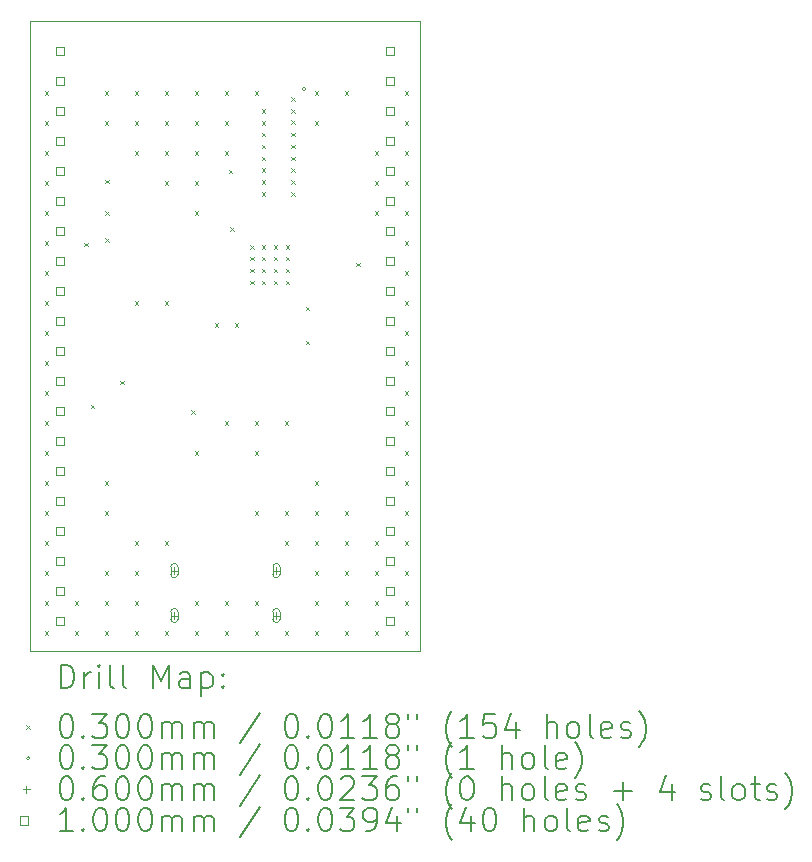
<source format=gbr>
%TF.GenerationSoftware,KiCad,Pcbnew,8.0.3-8.0.3-0~ubuntu22.04.1*%
%TF.CreationDate,2024-10-04T19:57:53+02:00*%
%TF.ProjectId,nrf52832_devboard,6e726635-3238-4333-925f-646576626f61,0.1*%
%TF.SameCoordinates,Original*%
%TF.FileFunction,Drillmap*%
%TF.FilePolarity,Positive*%
%FSLAX45Y45*%
G04 Gerber Fmt 4.5, Leading zero omitted, Abs format (unit mm)*
G04 Created by KiCad (PCBNEW 8.0.3-8.0.3-0~ubuntu22.04.1) date 2024-10-04 19:57:53*
%MOMM*%
%LPD*%
G01*
G04 APERTURE LIST*
%ADD10C,0.050000*%
%ADD11C,0.200000*%
%ADD12C,0.100000*%
G04 APERTURE END LIST*
D10*
X14224000Y-5588000D02*
X17526000Y-5588000D01*
X17526000Y-10922000D01*
X14224000Y-10922000D01*
X14224000Y-5588000D01*
D11*
D12*
X14346595Y-6183675D02*
X14376595Y-6213675D01*
X14376595Y-6183675D02*
X14346595Y-6213675D01*
X14346595Y-6437675D02*
X14376595Y-6467675D01*
X14376595Y-6437675D02*
X14346595Y-6467675D01*
X14346595Y-6691675D02*
X14376595Y-6721675D01*
X14376595Y-6691675D02*
X14346595Y-6721675D01*
X14346595Y-6945675D02*
X14376595Y-6975675D01*
X14376595Y-6945675D02*
X14346595Y-6975675D01*
X14346595Y-7199675D02*
X14376595Y-7229675D01*
X14376595Y-7199675D02*
X14346595Y-7229675D01*
X14346595Y-7453675D02*
X14376595Y-7483675D01*
X14376595Y-7453675D02*
X14346595Y-7483675D01*
X14346595Y-7707675D02*
X14376595Y-7737675D01*
X14376595Y-7707675D02*
X14346595Y-7737675D01*
X14346595Y-7961675D02*
X14376595Y-7991675D01*
X14376595Y-7961675D02*
X14346595Y-7991675D01*
X14346595Y-8215675D02*
X14376595Y-8245675D01*
X14376595Y-8215675D02*
X14346595Y-8245675D01*
X14346595Y-8469675D02*
X14376595Y-8499675D01*
X14376595Y-8469675D02*
X14346595Y-8499675D01*
X14346595Y-8723675D02*
X14376595Y-8753675D01*
X14376595Y-8723675D02*
X14346595Y-8753675D01*
X14346595Y-8977675D02*
X14376595Y-9007675D01*
X14376595Y-8977675D02*
X14346595Y-9007675D01*
X14346595Y-9231675D02*
X14376595Y-9261675D01*
X14376595Y-9231675D02*
X14346595Y-9261675D01*
X14346595Y-9485675D02*
X14376595Y-9515675D01*
X14376595Y-9485675D02*
X14346595Y-9515675D01*
X14346595Y-9739675D02*
X14376595Y-9769675D01*
X14376595Y-9739675D02*
X14346595Y-9769675D01*
X14346595Y-9993675D02*
X14376595Y-10023675D01*
X14376595Y-9993675D02*
X14346595Y-10023675D01*
X14346595Y-10247675D02*
X14376595Y-10277675D01*
X14376595Y-10247675D02*
X14346595Y-10277675D01*
X14346595Y-10501675D02*
X14376595Y-10531675D01*
X14376595Y-10501675D02*
X14346595Y-10531675D01*
X14346595Y-10755675D02*
X14376595Y-10785675D01*
X14376595Y-10755675D02*
X14346595Y-10785675D01*
X14600595Y-10501675D02*
X14630595Y-10531675D01*
X14630595Y-10501675D02*
X14600595Y-10531675D01*
X14600595Y-10755675D02*
X14630595Y-10785675D01*
X14630595Y-10755675D02*
X14600595Y-10785675D01*
X14678900Y-7465300D02*
X14708900Y-7495300D01*
X14708900Y-7465300D02*
X14678900Y-7495300D01*
X14735000Y-8835000D02*
X14765000Y-8865000D01*
X14765000Y-8835000D02*
X14735000Y-8865000D01*
X14854595Y-6183675D02*
X14884595Y-6213675D01*
X14884595Y-6183675D02*
X14854595Y-6213675D01*
X14854595Y-6437675D02*
X14884595Y-6467675D01*
X14884595Y-6437675D02*
X14854595Y-6467675D01*
X14854595Y-9485675D02*
X14884595Y-9515675D01*
X14884595Y-9485675D02*
X14854595Y-9515675D01*
X14854595Y-9739675D02*
X14884595Y-9769675D01*
X14884595Y-9739675D02*
X14854595Y-9769675D01*
X14854595Y-10247675D02*
X14884595Y-10277675D01*
X14884595Y-10247675D02*
X14854595Y-10277675D01*
X14854595Y-10501675D02*
X14884595Y-10531675D01*
X14884595Y-10501675D02*
X14854595Y-10531675D01*
X14854595Y-10755675D02*
X14884595Y-10785675D01*
X14884595Y-10755675D02*
X14854595Y-10785675D01*
X14856700Y-6931900D02*
X14886700Y-6961900D01*
X14886700Y-6931900D02*
X14856700Y-6961900D01*
X14856700Y-7198600D02*
X14886700Y-7228600D01*
X14886700Y-7198600D02*
X14856700Y-7228600D01*
X14856700Y-7427200D02*
X14886700Y-7457200D01*
X14886700Y-7427200D02*
X14856700Y-7457200D01*
X14985000Y-8635000D02*
X15015000Y-8665000D01*
X15015000Y-8635000D02*
X14985000Y-8665000D01*
X15108595Y-6183675D02*
X15138595Y-6213675D01*
X15138595Y-6183675D02*
X15108595Y-6213675D01*
X15108595Y-6437675D02*
X15138595Y-6467675D01*
X15138595Y-6437675D02*
X15108595Y-6467675D01*
X15108595Y-6691675D02*
X15138595Y-6721675D01*
X15138595Y-6691675D02*
X15108595Y-6721675D01*
X15108595Y-7961675D02*
X15138595Y-7991675D01*
X15138595Y-7961675D02*
X15108595Y-7991675D01*
X15108595Y-9993675D02*
X15138595Y-10023675D01*
X15138595Y-9993675D02*
X15108595Y-10023675D01*
X15108595Y-10247675D02*
X15138595Y-10277675D01*
X15138595Y-10247675D02*
X15108595Y-10277675D01*
X15108595Y-10501675D02*
X15138595Y-10531675D01*
X15138595Y-10501675D02*
X15108595Y-10531675D01*
X15108595Y-10755675D02*
X15138595Y-10785675D01*
X15138595Y-10755675D02*
X15108595Y-10785675D01*
X15362595Y-6183675D02*
X15392595Y-6213675D01*
X15392595Y-6183675D02*
X15362595Y-6213675D01*
X15362595Y-6437675D02*
X15392595Y-6467675D01*
X15392595Y-6437675D02*
X15362595Y-6467675D01*
X15362595Y-6691675D02*
X15392595Y-6721675D01*
X15392595Y-6691675D02*
X15362595Y-6721675D01*
X15362595Y-6945675D02*
X15392595Y-6975675D01*
X15392595Y-6945675D02*
X15362595Y-6975675D01*
X15362595Y-7961675D02*
X15392595Y-7991675D01*
X15392595Y-7961675D02*
X15362595Y-7991675D01*
X15362595Y-9993675D02*
X15392595Y-10023675D01*
X15392595Y-9993675D02*
X15362595Y-10023675D01*
X15362595Y-10755675D02*
X15392595Y-10785675D01*
X15392595Y-10755675D02*
X15362595Y-10785675D01*
X15585000Y-8885000D02*
X15615000Y-8915000D01*
X15615000Y-8885000D02*
X15585000Y-8915000D01*
X15616595Y-6183675D02*
X15646595Y-6213675D01*
X15646595Y-6183675D02*
X15616595Y-6213675D01*
X15616595Y-6437675D02*
X15646595Y-6467675D01*
X15646595Y-6437675D02*
X15616595Y-6467675D01*
X15616595Y-6691675D02*
X15646595Y-6721675D01*
X15646595Y-6691675D02*
X15616595Y-6721675D01*
X15616595Y-6945675D02*
X15646595Y-6975675D01*
X15646595Y-6945675D02*
X15616595Y-6975675D01*
X15616595Y-7199675D02*
X15646595Y-7229675D01*
X15646595Y-7199675D02*
X15616595Y-7229675D01*
X15616595Y-9231675D02*
X15646595Y-9261675D01*
X15646595Y-9231675D02*
X15616595Y-9261675D01*
X15616595Y-10501675D02*
X15646595Y-10531675D01*
X15646595Y-10501675D02*
X15616595Y-10531675D01*
X15616595Y-10755675D02*
X15646595Y-10785675D01*
X15646595Y-10755675D02*
X15616595Y-10785675D01*
X15785000Y-8145000D02*
X15815000Y-8175000D01*
X15815000Y-8145000D02*
X15785000Y-8175000D01*
X15870595Y-6183675D02*
X15900595Y-6213675D01*
X15900595Y-6183675D02*
X15870595Y-6213675D01*
X15870595Y-6437675D02*
X15900595Y-6467675D01*
X15900595Y-6437675D02*
X15870595Y-6467675D01*
X15870595Y-6691675D02*
X15900595Y-6721675D01*
X15900595Y-6691675D02*
X15870595Y-6721675D01*
X15870595Y-8977675D02*
X15900595Y-9007675D01*
X15900595Y-8977675D02*
X15870595Y-9007675D01*
X15870595Y-10501675D02*
X15900595Y-10531675D01*
X15900595Y-10501675D02*
X15870595Y-10531675D01*
X15870595Y-10755675D02*
X15900595Y-10785675D01*
X15900595Y-10755675D02*
X15870595Y-10785675D01*
X15905000Y-6845000D02*
X15935000Y-6875000D01*
X15935000Y-6845000D02*
X15905000Y-6875000D01*
X15915000Y-7335000D02*
X15945000Y-7365000D01*
X15945000Y-7335000D02*
X15915000Y-7365000D01*
X15955000Y-8145000D02*
X15985000Y-8175000D01*
X15985000Y-8145000D02*
X15955000Y-8175000D01*
X16085000Y-7485000D02*
X16115000Y-7515000D01*
X16115000Y-7485000D02*
X16085000Y-7515000D01*
X16085000Y-7585000D02*
X16115000Y-7615000D01*
X16115000Y-7585000D02*
X16085000Y-7615000D01*
X16085000Y-7685000D02*
X16115000Y-7715000D01*
X16115000Y-7685000D02*
X16085000Y-7715000D01*
X16085000Y-7785000D02*
X16115000Y-7815000D01*
X16115000Y-7785000D02*
X16085000Y-7815000D01*
X16124595Y-6183675D02*
X16154595Y-6213675D01*
X16154595Y-6183675D02*
X16124595Y-6213675D01*
X16124595Y-8977675D02*
X16154595Y-9007675D01*
X16154595Y-8977675D02*
X16124595Y-9007675D01*
X16124595Y-9231675D02*
X16154595Y-9261675D01*
X16154595Y-9231675D02*
X16124595Y-9261675D01*
X16124595Y-9739675D02*
X16154595Y-9769675D01*
X16154595Y-9739675D02*
X16124595Y-9769675D01*
X16124595Y-10501675D02*
X16154595Y-10531675D01*
X16154595Y-10501675D02*
X16124595Y-10531675D01*
X16124595Y-10755675D02*
X16154595Y-10785675D01*
X16154595Y-10755675D02*
X16124595Y-10785675D01*
X16185000Y-6335000D02*
X16215000Y-6365000D01*
X16215000Y-6335000D02*
X16185000Y-6365000D01*
X16185000Y-6435000D02*
X16215000Y-6465000D01*
X16215000Y-6435000D02*
X16185000Y-6465000D01*
X16185000Y-6535000D02*
X16215000Y-6565000D01*
X16215000Y-6535000D02*
X16185000Y-6565000D01*
X16185000Y-6635000D02*
X16215000Y-6665000D01*
X16215000Y-6635000D02*
X16185000Y-6665000D01*
X16185000Y-6735000D02*
X16215000Y-6765000D01*
X16215000Y-6735000D02*
X16185000Y-6765000D01*
X16185000Y-6835000D02*
X16215000Y-6865000D01*
X16215000Y-6835000D02*
X16185000Y-6865000D01*
X16185000Y-6935000D02*
X16215000Y-6965000D01*
X16215000Y-6935000D02*
X16185000Y-6965000D01*
X16185000Y-7035000D02*
X16215000Y-7065000D01*
X16215000Y-7035000D02*
X16185000Y-7065000D01*
X16185000Y-7485000D02*
X16215000Y-7515000D01*
X16215000Y-7485000D02*
X16185000Y-7515000D01*
X16185000Y-7585000D02*
X16215000Y-7615000D01*
X16215000Y-7585000D02*
X16185000Y-7615000D01*
X16185000Y-7685000D02*
X16215000Y-7715000D01*
X16215000Y-7685000D02*
X16185000Y-7715000D01*
X16185000Y-7785000D02*
X16215000Y-7815000D01*
X16215000Y-7785000D02*
X16185000Y-7815000D01*
X16285000Y-7485000D02*
X16315000Y-7515000D01*
X16315000Y-7485000D02*
X16285000Y-7515000D01*
X16285000Y-7585000D02*
X16315000Y-7615000D01*
X16315000Y-7585000D02*
X16285000Y-7615000D01*
X16285000Y-7685000D02*
X16315000Y-7715000D01*
X16315000Y-7685000D02*
X16285000Y-7715000D01*
X16285000Y-7785000D02*
X16315000Y-7815000D01*
X16315000Y-7785000D02*
X16285000Y-7815000D01*
X16378595Y-8977675D02*
X16408595Y-9007675D01*
X16408595Y-8977675D02*
X16378595Y-9007675D01*
X16378595Y-9739675D02*
X16408595Y-9769675D01*
X16408595Y-9739675D02*
X16378595Y-9769675D01*
X16378595Y-9993675D02*
X16408595Y-10023675D01*
X16408595Y-9993675D02*
X16378595Y-10023675D01*
X16378595Y-10755675D02*
X16408595Y-10785675D01*
X16408595Y-10755675D02*
X16378595Y-10785675D01*
X16385000Y-7485000D02*
X16415000Y-7515000D01*
X16415000Y-7485000D02*
X16385000Y-7515000D01*
X16385000Y-7585000D02*
X16415000Y-7615000D01*
X16415000Y-7585000D02*
X16385000Y-7615000D01*
X16385000Y-7685000D02*
X16415000Y-7715000D01*
X16415000Y-7685000D02*
X16385000Y-7715000D01*
X16385000Y-7785000D02*
X16415000Y-7815000D01*
X16415000Y-7785000D02*
X16385000Y-7815000D01*
X16434047Y-6428443D02*
X16464047Y-6458443D01*
X16464047Y-6428443D02*
X16434047Y-6458443D01*
X16435000Y-6235000D02*
X16465000Y-6265000D01*
X16465000Y-6235000D02*
X16435000Y-6265000D01*
X16435000Y-6335000D02*
X16465000Y-6365000D01*
X16465000Y-6335000D02*
X16435000Y-6365000D01*
X16435000Y-6535000D02*
X16465000Y-6565000D01*
X16465000Y-6535000D02*
X16435000Y-6565000D01*
X16435000Y-6635000D02*
X16465000Y-6665000D01*
X16465000Y-6635000D02*
X16435000Y-6665000D01*
X16435000Y-6735000D02*
X16465000Y-6765000D01*
X16465000Y-6735000D02*
X16435000Y-6765000D01*
X16435000Y-6835000D02*
X16465000Y-6865000D01*
X16465000Y-6835000D02*
X16435000Y-6865000D01*
X16435000Y-6935000D02*
X16465000Y-6965000D01*
X16465000Y-6935000D02*
X16435000Y-6965000D01*
X16435000Y-7035000D02*
X16465000Y-7065000D01*
X16465000Y-7035000D02*
X16435000Y-7065000D01*
X16555000Y-8005000D02*
X16585000Y-8035000D01*
X16585000Y-8005000D02*
X16555000Y-8035000D01*
X16555000Y-8295000D02*
X16585000Y-8325000D01*
X16585000Y-8295000D02*
X16555000Y-8325000D01*
X16632595Y-6183675D02*
X16662595Y-6213675D01*
X16662595Y-6183675D02*
X16632595Y-6213675D01*
X16632595Y-6437675D02*
X16662595Y-6467675D01*
X16662595Y-6437675D02*
X16632595Y-6467675D01*
X16632595Y-9485675D02*
X16662595Y-9515675D01*
X16662595Y-9485675D02*
X16632595Y-9515675D01*
X16632595Y-9739675D02*
X16662595Y-9769675D01*
X16662595Y-9739675D02*
X16632595Y-9769675D01*
X16632595Y-9993675D02*
X16662595Y-10023675D01*
X16662595Y-9993675D02*
X16632595Y-10023675D01*
X16632595Y-10247675D02*
X16662595Y-10277675D01*
X16662595Y-10247675D02*
X16632595Y-10277675D01*
X16632595Y-10501675D02*
X16662595Y-10531675D01*
X16662595Y-10501675D02*
X16632595Y-10531675D01*
X16632595Y-10755675D02*
X16662595Y-10785675D01*
X16662595Y-10755675D02*
X16632595Y-10785675D01*
X16886595Y-6183675D02*
X16916595Y-6213675D01*
X16916595Y-6183675D02*
X16886595Y-6213675D01*
X16886595Y-9739675D02*
X16916595Y-9769675D01*
X16916595Y-9739675D02*
X16886595Y-9769675D01*
X16886595Y-9993675D02*
X16916595Y-10023675D01*
X16916595Y-9993675D02*
X16886595Y-10023675D01*
X16886595Y-10247675D02*
X16916595Y-10277675D01*
X16916595Y-10247675D02*
X16886595Y-10277675D01*
X16886595Y-10501675D02*
X16916595Y-10531675D01*
X16916595Y-10501675D02*
X16886595Y-10531675D01*
X16886595Y-10755675D02*
X16916595Y-10785675D01*
X16916595Y-10755675D02*
X16886595Y-10785675D01*
X16985000Y-7635000D02*
X17015000Y-7665000D01*
X17015000Y-7635000D02*
X16985000Y-7665000D01*
X17140595Y-6691675D02*
X17170595Y-6721675D01*
X17170595Y-6691675D02*
X17140595Y-6721675D01*
X17140595Y-6945675D02*
X17170595Y-6975675D01*
X17170595Y-6945675D02*
X17140595Y-6975675D01*
X17140595Y-7199675D02*
X17170595Y-7229675D01*
X17170595Y-7199675D02*
X17140595Y-7229675D01*
X17140595Y-9993675D02*
X17170595Y-10023675D01*
X17170595Y-9993675D02*
X17140595Y-10023675D01*
X17140595Y-10247675D02*
X17170595Y-10277675D01*
X17170595Y-10247675D02*
X17140595Y-10277675D01*
X17140595Y-10501675D02*
X17170595Y-10531675D01*
X17170595Y-10501675D02*
X17140595Y-10531675D01*
X17140595Y-10755675D02*
X17170595Y-10785675D01*
X17170595Y-10755675D02*
X17140595Y-10785675D01*
X17394595Y-6183675D02*
X17424595Y-6213675D01*
X17424595Y-6183675D02*
X17394595Y-6213675D01*
X17394595Y-6437675D02*
X17424595Y-6467675D01*
X17424595Y-6437675D02*
X17394595Y-6467675D01*
X17394595Y-6691675D02*
X17424595Y-6721675D01*
X17424595Y-6691675D02*
X17394595Y-6721675D01*
X17394595Y-6945675D02*
X17424595Y-6975675D01*
X17424595Y-6945675D02*
X17394595Y-6975675D01*
X17394595Y-7199675D02*
X17424595Y-7229675D01*
X17424595Y-7199675D02*
X17394595Y-7229675D01*
X17394595Y-7453675D02*
X17424595Y-7483675D01*
X17424595Y-7453675D02*
X17394595Y-7483675D01*
X17394595Y-7707675D02*
X17424595Y-7737675D01*
X17424595Y-7707675D02*
X17394595Y-7737675D01*
X17394595Y-7961675D02*
X17424595Y-7991675D01*
X17424595Y-7961675D02*
X17394595Y-7991675D01*
X17394595Y-8215675D02*
X17424595Y-8245675D01*
X17424595Y-8215675D02*
X17394595Y-8245675D01*
X17394595Y-8469675D02*
X17424595Y-8499675D01*
X17424595Y-8469675D02*
X17394595Y-8499675D01*
X17394595Y-8723675D02*
X17424595Y-8753675D01*
X17424595Y-8723675D02*
X17394595Y-8753675D01*
X17394595Y-8977675D02*
X17424595Y-9007675D01*
X17424595Y-8977675D02*
X17394595Y-9007675D01*
X17394595Y-9231675D02*
X17424595Y-9261675D01*
X17424595Y-9231675D02*
X17394595Y-9261675D01*
X17394595Y-9485675D02*
X17424595Y-9515675D01*
X17424595Y-9485675D02*
X17394595Y-9515675D01*
X17394595Y-9739675D02*
X17424595Y-9769675D01*
X17424595Y-9739675D02*
X17394595Y-9769675D01*
X17394595Y-9993675D02*
X17424595Y-10023675D01*
X17424595Y-9993675D02*
X17394595Y-10023675D01*
X17394595Y-10247675D02*
X17424595Y-10277675D01*
X17424595Y-10247675D02*
X17394595Y-10277675D01*
X17394595Y-10501675D02*
X17424595Y-10531675D01*
X17424595Y-10501675D02*
X17394595Y-10531675D01*
X17394595Y-10755675D02*
X17424595Y-10785675D01*
X17424595Y-10755675D02*
X17394595Y-10785675D01*
X16555000Y-6162500D02*
G75*
G02*
X16525000Y-6162500I-15000J0D01*
G01*
X16525000Y-6162500D02*
G75*
G02*
X16555000Y-6162500I15000J0D01*
G01*
X15443000Y-10211000D02*
X15443000Y-10271000D01*
X15413000Y-10241000D02*
X15473000Y-10241000D01*
X15413000Y-10211000D02*
X15413000Y-10271000D01*
X15473000Y-10271000D02*
G75*
G02*
X15413000Y-10271000I-30000J0D01*
G01*
X15473000Y-10271000D02*
X15473000Y-10211000D01*
X15473000Y-10211000D02*
G75*
G03*
X15413000Y-10211000I-30000J0D01*
G01*
X15443000Y-10591000D02*
X15443000Y-10651000D01*
X15413000Y-10621000D02*
X15473000Y-10621000D01*
X15413000Y-10591000D02*
X15413000Y-10651000D01*
X15473000Y-10651000D02*
G75*
G02*
X15413000Y-10651000I-30000J0D01*
G01*
X15473000Y-10651000D02*
X15473000Y-10591000D01*
X15473000Y-10591000D02*
G75*
G03*
X15413000Y-10591000I-30000J0D01*
G01*
X16307000Y-10211000D02*
X16307000Y-10271000D01*
X16277000Y-10241000D02*
X16337000Y-10241000D01*
X16277000Y-10211000D02*
X16277000Y-10271000D01*
X16337000Y-10271000D02*
G75*
G02*
X16277000Y-10271000I-30000J0D01*
G01*
X16337000Y-10271000D02*
X16337000Y-10211000D01*
X16337000Y-10211000D02*
G75*
G03*
X16277000Y-10211000I-30000J0D01*
G01*
X16307000Y-10591000D02*
X16307000Y-10651000D01*
X16277000Y-10621000D02*
X16337000Y-10621000D01*
X16277000Y-10591000D02*
X16277000Y-10651000D01*
X16337000Y-10651000D02*
G75*
G02*
X16277000Y-10651000I-30000J0D01*
G01*
X16337000Y-10651000D02*
X16337000Y-10591000D01*
X16337000Y-10591000D02*
G75*
G03*
X16277000Y-10591000I-30000J0D01*
G01*
X14513356Y-5877356D02*
X14513356Y-5806644D01*
X14442644Y-5806644D01*
X14442644Y-5877356D01*
X14513356Y-5877356D01*
X14513356Y-6131356D02*
X14513356Y-6060644D01*
X14442644Y-6060644D01*
X14442644Y-6131356D01*
X14513356Y-6131356D01*
X14513356Y-6385356D02*
X14513356Y-6314644D01*
X14442644Y-6314644D01*
X14442644Y-6385356D01*
X14513356Y-6385356D01*
X14513356Y-6639356D02*
X14513356Y-6568644D01*
X14442644Y-6568644D01*
X14442644Y-6639356D01*
X14513356Y-6639356D01*
X14513356Y-6893356D02*
X14513356Y-6822644D01*
X14442644Y-6822644D01*
X14442644Y-6893356D01*
X14513356Y-6893356D01*
X14513356Y-7147356D02*
X14513356Y-7076644D01*
X14442644Y-7076644D01*
X14442644Y-7147356D01*
X14513356Y-7147356D01*
X14513356Y-7401356D02*
X14513356Y-7330644D01*
X14442644Y-7330644D01*
X14442644Y-7401356D01*
X14513356Y-7401356D01*
X14513356Y-7655356D02*
X14513356Y-7584644D01*
X14442644Y-7584644D01*
X14442644Y-7655356D01*
X14513356Y-7655356D01*
X14513356Y-7909356D02*
X14513356Y-7838644D01*
X14442644Y-7838644D01*
X14442644Y-7909356D01*
X14513356Y-7909356D01*
X14513356Y-8163356D02*
X14513356Y-8092644D01*
X14442644Y-8092644D01*
X14442644Y-8163356D01*
X14513356Y-8163356D01*
X14513356Y-8417356D02*
X14513356Y-8346644D01*
X14442644Y-8346644D01*
X14442644Y-8417356D01*
X14513356Y-8417356D01*
X14513356Y-8671356D02*
X14513356Y-8600644D01*
X14442644Y-8600644D01*
X14442644Y-8671356D01*
X14513356Y-8671356D01*
X14513356Y-8925356D02*
X14513356Y-8854644D01*
X14442644Y-8854644D01*
X14442644Y-8925356D01*
X14513356Y-8925356D01*
X14513356Y-9179356D02*
X14513356Y-9108644D01*
X14442644Y-9108644D01*
X14442644Y-9179356D01*
X14513356Y-9179356D01*
X14513356Y-9433356D02*
X14513356Y-9362644D01*
X14442644Y-9362644D01*
X14442644Y-9433356D01*
X14513356Y-9433356D01*
X14513356Y-9687356D02*
X14513356Y-9616644D01*
X14442644Y-9616644D01*
X14442644Y-9687356D01*
X14513356Y-9687356D01*
X14513356Y-9941356D02*
X14513356Y-9870644D01*
X14442644Y-9870644D01*
X14442644Y-9941356D01*
X14513356Y-9941356D01*
X14513356Y-10195356D02*
X14513356Y-10124644D01*
X14442644Y-10124644D01*
X14442644Y-10195356D01*
X14513356Y-10195356D01*
X14513356Y-10449356D02*
X14513356Y-10378644D01*
X14442644Y-10378644D01*
X14442644Y-10449356D01*
X14513356Y-10449356D01*
X14513356Y-10703356D02*
X14513356Y-10632644D01*
X14442644Y-10632644D01*
X14442644Y-10703356D01*
X14513356Y-10703356D01*
X17307356Y-5877356D02*
X17307356Y-5806644D01*
X17236644Y-5806644D01*
X17236644Y-5877356D01*
X17307356Y-5877356D01*
X17307356Y-6131356D02*
X17307356Y-6060644D01*
X17236644Y-6060644D01*
X17236644Y-6131356D01*
X17307356Y-6131356D01*
X17307356Y-6385356D02*
X17307356Y-6314644D01*
X17236644Y-6314644D01*
X17236644Y-6385356D01*
X17307356Y-6385356D01*
X17307356Y-6639356D02*
X17307356Y-6568644D01*
X17236644Y-6568644D01*
X17236644Y-6639356D01*
X17307356Y-6639356D01*
X17307356Y-6893356D02*
X17307356Y-6822644D01*
X17236644Y-6822644D01*
X17236644Y-6893356D01*
X17307356Y-6893356D01*
X17307356Y-7147356D02*
X17307356Y-7076644D01*
X17236644Y-7076644D01*
X17236644Y-7147356D01*
X17307356Y-7147356D01*
X17307356Y-7401356D02*
X17307356Y-7330644D01*
X17236644Y-7330644D01*
X17236644Y-7401356D01*
X17307356Y-7401356D01*
X17307356Y-7655356D02*
X17307356Y-7584644D01*
X17236644Y-7584644D01*
X17236644Y-7655356D01*
X17307356Y-7655356D01*
X17307356Y-7909356D02*
X17307356Y-7838644D01*
X17236644Y-7838644D01*
X17236644Y-7909356D01*
X17307356Y-7909356D01*
X17307356Y-8163356D02*
X17307356Y-8092644D01*
X17236644Y-8092644D01*
X17236644Y-8163356D01*
X17307356Y-8163356D01*
X17307356Y-8417356D02*
X17307356Y-8346644D01*
X17236644Y-8346644D01*
X17236644Y-8417356D01*
X17307356Y-8417356D01*
X17307356Y-8671356D02*
X17307356Y-8600644D01*
X17236644Y-8600644D01*
X17236644Y-8671356D01*
X17307356Y-8671356D01*
X17307356Y-8925356D02*
X17307356Y-8854644D01*
X17236644Y-8854644D01*
X17236644Y-8925356D01*
X17307356Y-8925356D01*
X17307356Y-9179356D02*
X17307356Y-9108644D01*
X17236644Y-9108644D01*
X17236644Y-9179356D01*
X17307356Y-9179356D01*
X17307356Y-9433356D02*
X17307356Y-9362644D01*
X17236644Y-9362644D01*
X17236644Y-9433356D01*
X17307356Y-9433356D01*
X17307356Y-9687356D02*
X17307356Y-9616644D01*
X17236644Y-9616644D01*
X17236644Y-9687356D01*
X17307356Y-9687356D01*
X17307356Y-9941356D02*
X17307356Y-9870644D01*
X17236644Y-9870644D01*
X17236644Y-9941356D01*
X17307356Y-9941356D01*
X17307356Y-10195356D02*
X17307356Y-10124644D01*
X17236644Y-10124644D01*
X17236644Y-10195356D01*
X17307356Y-10195356D01*
X17307356Y-10449356D02*
X17307356Y-10378644D01*
X17236644Y-10378644D01*
X17236644Y-10449356D01*
X17307356Y-10449356D01*
X17307356Y-10703356D02*
X17307356Y-10632644D01*
X17236644Y-10632644D01*
X17236644Y-10703356D01*
X17307356Y-10703356D01*
D11*
X14482277Y-11235984D02*
X14482277Y-11035984D01*
X14482277Y-11035984D02*
X14529896Y-11035984D01*
X14529896Y-11035984D02*
X14558467Y-11045508D01*
X14558467Y-11045508D02*
X14577515Y-11064555D01*
X14577515Y-11064555D02*
X14587039Y-11083603D01*
X14587039Y-11083603D02*
X14596562Y-11121698D01*
X14596562Y-11121698D02*
X14596562Y-11150270D01*
X14596562Y-11150270D02*
X14587039Y-11188365D01*
X14587039Y-11188365D02*
X14577515Y-11207412D01*
X14577515Y-11207412D02*
X14558467Y-11226460D01*
X14558467Y-11226460D02*
X14529896Y-11235984D01*
X14529896Y-11235984D02*
X14482277Y-11235984D01*
X14682277Y-11235984D02*
X14682277Y-11102650D01*
X14682277Y-11140746D02*
X14691801Y-11121698D01*
X14691801Y-11121698D02*
X14701324Y-11112174D01*
X14701324Y-11112174D02*
X14720372Y-11102650D01*
X14720372Y-11102650D02*
X14739420Y-11102650D01*
X14806086Y-11235984D02*
X14806086Y-11102650D01*
X14806086Y-11035984D02*
X14796562Y-11045508D01*
X14796562Y-11045508D02*
X14806086Y-11055031D01*
X14806086Y-11055031D02*
X14815610Y-11045508D01*
X14815610Y-11045508D02*
X14806086Y-11035984D01*
X14806086Y-11035984D02*
X14806086Y-11055031D01*
X14929896Y-11235984D02*
X14910848Y-11226460D01*
X14910848Y-11226460D02*
X14901324Y-11207412D01*
X14901324Y-11207412D02*
X14901324Y-11035984D01*
X15034658Y-11235984D02*
X15015610Y-11226460D01*
X15015610Y-11226460D02*
X15006086Y-11207412D01*
X15006086Y-11207412D02*
X15006086Y-11035984D01*
X15263229Y-11235984D02*
X15263229Y-11035984D01*
X15263229Y-11035984D02*
X15329896Y-11178841D01*
X15329896Y-11178841D02*
X15396562Y-11035984D01*
X15396562Y-11035984D02*
X15396562Y-11235984D01*
X15577515Y-11235984D02*
X15577515Y-11131222D01*
X15577515Y-11131222D02*
X15567991Y-11112174D01*
X15567991Y-11112174D02*
X15548943Y-11102650D01*
X15548943Y-11102650D02*
X15510848Y-11102650D01*
X15510848Y-11102650D02*
X15491801Y-11112174D01*
X15577515Y-11226460D02*
X15558467Y-11235984D01*
X15558467Y-11235984D02*
X15510848Y-11235984D01*
X15510848Y-11235984D02*
X15491801Y-11226460D01*
X15491801Y-11226460D02*
X15482277Y-11207412D01*
X15482277Y-11207412D02*
X15482277Y-11188365D01*
X15482277Y-11188365D02*
X15491801Y-11169317D01*
X15491801Y-11169317D02*
X15510848Y-11159793D01*
X15510848Y-11159793D02*
X15558467Y-11159793D01*
X15558467Y-11159793D02*
X15577515Y-11150270D01*
X15672753Y-11102650D02*
X15672753Y-11302650D01*
X15672753Y-11112174D02*
X15691801Y-11102650D01*
X15691801Y-11102650D02*
X15729896Y-11102650D01*
X15729896Y-11102650D02*
X15748943Y-11112174D01*
X15748943Y-11112174D02*
X15758467Y-11121698D01*
X15758467Y-11121698D02*
X15767991Y-11140746D01*
X15767991Y-11140746D02*
X15767991Y-11197888D01*
X15767991Y-11197888D02*
X15758467Y-11216936D01*
X15758467Y-11216936D02*
X15748943Y-11226460D01*
X15748943Y-11226460D02*
X15729896Y-11235984D01*
X15729896Y-11235984D02*
X15691801Y-11235984D01*
X15691801Y-11235984D02*
X15672753Y-11226460D01*
X15853705Y-11216936D02*
X15863229Y-11226460D01*
X15863229Y-11226460D02*
X15853705Y-11235984D01*
X15853705Y-11235984D02*
X15844182Y-11226460D01*
X15844182Y-11226460D02*
X15853705Y-11216936D01*
X15853705Y-11216936D02*
X15853705Y-11235984D01*
X15853705Y-11112174D02*
X15863229Y-11121698D01*
X15863229Y-11121698D02*
X15853705Y-11131222D01*
X15853705Y-11131222D02*
X15844182Y-11121698D01*
X15844182Y-11121698D02*
X15853705Y-11112174D01*
X15853705Y-11112174D02*
X15853705Y-11131222D01*
D12*
X14191500Y-11549500D02*
X14221500Y-11579500D01*
X14221500Y-11549500D02*
X14191500Y-11579500D01*
D11*
X14520372Y-11455984D02*
X14539420Y-11455984D01*
X14539420Y-11455984D02*
X14558467Y-11465508D01*
X14558467Y-11465508D02*
X14567991Y-11475031D01*
X14567991Y-11475031D02*
X14577515Y-11494079D01*
X14577515Y-11494079D02*
X14587039Y-11532174D01*
X14587039Y-11532174D02*
X14587039Y-11579793D01*
X14587039Y-11579793D02*
X14577515Y-11617888D01*
X14577515Y-11617888D02*
X14567991Y-11636936D01*
X14567991Y-11636936D02*
X14558467Y-11646460D01*
X14558467Y-11646460D02*
X14539420Y-11655984D01*
X14539420Y-11655984D02*
X14520372Y-11655984D01*
X14520372Y-11655984D02*
X14501324Y-11646460D01*
X14501324Y-11646460D02*
X14491801Y-11636936D01*
X14491801Y-11636936D02*
X14482277Y-11617888D01*
X14482277Y-11617888D02*
X14472753Y-11579793D01*
X14472753Y-11579793D02*
X14472753Y-11532174D01*
X14472753Y-11532174D02*
X14482277Y-11494079D01*
X14482277Y-11494079D02*
X14491801Y-11475031D01*
X14491801Y-11475031D02*
X14501324Y-11465508D01*
X14501324Y-11465508D02*
X14520372Y-11455984D01*
X14672753Y-11636936D02*
X14682277Y-11646460D01*
X14682277Y-11646460D02*
X14672753Y-11655984D01*
X14672753Y-11655984D02*
X14663229Y-11646460D01*
X14663229Y-11646460D02*
X14672753Y-11636936D01*
X14672753Y-11636936D02*
X14672753Y-11655984D01*
X14748943Y-11455984D02*
X14872753Y-11455984D01*
X14872753Y-11455984D02*
X14806086Y-11532174D01*
X14806086Y-11532174D02*
X14834658Y-11532174D01*
X14834658Y-11532174D02*
X14853705Y-11541698D01*
X14853705Y-11541698D02*
X14863229Y-11551222D01*
X14863229Y-11551222D02*
X14872753Y-11570269D01*
X14872753Y-11570269D02*
X14872753Y-11617888D01*
X14872753Y-11617888D02*
X14863229Y-11636936D01*
X14863229Y-11636936D02*
X14853705Y-11646460D01*
X14853705Y-11646460D02*
X14834658Y-11655984D01*
X14834658Y-11655984D02*
X14777515Y-11655984D01*
X14777515Y-11655984D02*
X14758467Y-11646460D01*
X14758467Y-11646460D02*
X14748943Y-11636936D01*
X14996562Y-11455984D02*
X15015610Y-11455984D01*
X15015610Y-11455984D02*
X15034658Y-11465508D01*
X15034658Y-11465508D02*
X15044182Y-11475031D01*
X15044182Y-11475031D02*
X15053705Y-11494079D01*
X15053705Y-11494079D02*
X15063229Y-11532174D01*
X15063229Y-11532174D02*
X15063229Y-11579793D01*
X15063229Y-11579793D02*
X15053705Y-11617888D01*
X15053705Y-11617888D02*
X15044182Y-11636936D01*
X15044182Y-11636936D02*
X15034658Y-11646460D01*
X15034658Y-11646460D02*
X15015610Y-11655984D01*
X15015610Y-11655984D02*
X14996562Y-11655984D01*
X14996562Y-11655984D02*
X14977515Y-11646460D01*
X14977515Y-11646460D02*
X14967991Y-11636936D01*
X14967991Y-11636936D02*
X14958467Y-11617888D01*
X14958467Y-11617888D02*
X14948943Y-11579793D01*
X14948943Y-11579793D02*
X14948943Y-11532174D01*
X14948943Y-11532174D02*
X14958467Y-11494079D01*
X14958467Y-11494079D02*
X14967991Y-11475031D01*
X14967991Y-11475031D02*
X14977515Y-11465508D01*
X14977515Y-11465508D02*
X14996562Y-11455984D01*
X15187039Y-11455984D02*
X15206086Y-11455984D01*
X15206086Y-11455984D02*
X15225134Y-11465508D01*
X15225134Y-11465508D02*
X15234658Y-11475031D01*
X15234658Y-11475031D02*
X15244182Y-11494079D01*
X15244182Y-11494079D02*
X15253705Y-11532174D01*
X15253705Y-11532174D02*
X15253705Y-11579793D01*
X15253705Y-11579793D02*
X15244182Y-11617888D01*
X15244182Y-11617888D02*
X15234658Y-11636936D01*
X15234658Y-11636936D02*
X15225134Y-11646460D01*
X15225134Y-11646460D02*
X15206086Y-11655984D01*
X15206086Y-11655984D02*
X15187039Y-11655984D01*
X15187039Y-11655984D02*
X15167991Y-11646460D01*
X15167991Y-11646460D02*
X15158467Y-11636936D01*
X15158467Y-11636936D02*
X15148943Y-11617888D01*
X15148943Y-11617888D02*
X15139420Y-11579793D01*
X15139420Y-11579793D02*
X15139420Y-11532174D01*
X15139420Y-11532174D02*
X15148943Y-11494079D01*
X15148943Y-11494079D02*
X15158467Y-11475031D01*
X15158467Y-11475031D02*
X15167991Y-11465508D01*
X15167991Y-11465508D02*
X15187039Y-11455984D01*
X15339420Y-11655984D02*
X15339420Y-11522650D01*
X15339420Y-11541698D02*
X15348943Y-11532174D01*
X15348943Y-11532174D02*
X15367991Y-11522650D01*
X15367991Y-11522650D02*
X15396563Y-11522650D01*
X15396563Y-11522650D02*
X15415610Y-11532174D01*
X15415610Y-11532174D02*
X15425134Y-11551222D01*
X15425134Y-11551222D02*
X15425134Y-11655984D01*
X15425134Y-11551222D02*
X15434658Y-11532174D01*
X15434658Y-11532174D02*
X15453705Y-11522650D01*
X15453705Y-11522650D02*
X15482277Y-11522650D01*
X15482277Y-11522650D02*
X15501324Y-11532174D01*
X15501324Y-11532174D02*
X15510848Y-11551222D01*
X15510848Y-11551222D02*
X15510848Y-11655984D01*
X15606086Y-11655984D02*
X15606086Y-11522650D01*
X15606086Y-11541698D02*
X15615610Y-11532174D01*
X15615610Y-11532174D02*
X15634658Y-11522650D01*
X15634658Y-11522650D02*
X15663229Y-11522650D01*
X15663229Y-11522650D02*
X15682277Y-11532174D01*
X15682277Y-11532174D02*
X15691801Y-11551222D01*
X15691801Y-11551222D02*
X15691801Y-11655984D01*
X15691801Y-11551222D02*
X15701324Y-11532174D01*
X15701324Y-11532174D02*
X15720372Y-11522650D01*
X15720372Y-11522650D02*
X15748943Y-11522650D01*
X15748943Y-11522650D02*
X15767991Y-11532174D01*
X15767991Y-11532174D02*
X15777515Y-11551222D01*
X15777515Y-11551222D02*
X15777515Y-11655984D01*
X16167991Y-11446460D02*
X15996563Y-11703603D01*
X16425134Y-11455984D02*
X16444182Y-11455984D01*
X16444182Y-11455984D02*
X16463229Y-11465508D01*
X16463229Y-11465508D02*
X16472753Y-11475031D01*
X16472753Y-11475031D02*
X16482277Y-11494079D01*
X16482277Y-11494079D02*
X16491801Y-11532174D01*
X16491801Y-11532174D02*
X16491801Y-11579793D01*
X16491801Y-11579793D02*
X16482277Y-11617888D01*
X16482277Y-11617888D02*
X16472753Y-11636936D01*
X16472753Y-11636936D02*
X16463229Y-11646460D01*
X16463229Y-11646460D02*
X16444182Y-11655984D01*
X16444182Y-11655984D02*
X16425134Y-11655984D01*
X16425134Y-11655984D02*
X16406086Y-11646460D01*
X16406086Y-11646460D02*
X16396563Y-11636936D01*
X16396563Y-11636936D02*
X16387039Y-11617888D01*
X16387039Y-11617888D02*
X16377515Y-11579793D01*
X16377515Y-11579793D02*
X16377515Y-11532174D01*
X16377515Y-11532174D02*
X16387039Y-11494079D01*
X16387039Y-11494079D02*
X16396563Y-11475031D01*
X16396563Y-11475031D02*
X16406086Y-11465508D01*
X16406086Y-11465508D02*
X16425134Y-11455984D01*
X16577515Y-11636936D02*
X16587039Y-11646460D01*
X16587039Y-11646460D02*
X16577515Y-11655984D01*
X16577515Y-11655984D02*
X16567991Y-11646460D01*
X16567991Y-11646460D02*
X16577515Y-11636936D01*
X16577515Y-11636936D02*
X16577515Y-11655984D01*
X16710848Y-11455984D02*
X16729896Y-11455984D01*
X16729896Y-11455984D02*
X16748944Y-11465508D01*
X16748944Y-11465508D02*
X16758467Y-11475031D01*
X16758467Y-11475031D02*
X16767991Y-11494079D01*
X16767991Y-11494079D02*
X16777515Y-11532174D01*
X16777515Y-11532174D02*
X16777515Y-11579793D01*
X16777515Y-11579793D02*
X16767991Y-11617888D01*
X16767991Y-11617888D02*
X16758467Y-11636936D01*
X16758467Y-11636936D02*
X16748944Y-11646460D01*
X16748944Y-11646460D02*
X16729896Y-11655984D01*
X16729896Y-11655984D02*
X16710848Y-11655984D01*
X16710848Y-11655984D02*
X16691801Y-11646460D01*
X16691801Y-11646460D02*
X16682277Y-11636936D01*
X16682277Y-11636936D02*
X16672753Y-11617888D01*
X16672753Y-11617888D02*
X16663229Y-11579793D01*
X16663229Y-11579793D02*
X16663229Y-11532174D01*
X16663229Y-11532174D02*
X16672753Y-11494079D01*
X16672753Y-11494079D02*
X16682277Y-11475031D01*
X16682277Y-11475031D02*
X16691801Y-11465508D01*
X16691801Y-11465508D02*
X16710848Y-11455984D01*
X16967991Y-11655984D02*
X16853706Y-11655984D01*
X16910848Y-11655984D02*
X16910848Y-11455984D01*
X16910848Y-11455984D02*
X16891801Y-11484555D01*
X16891801Y-11484555D02*
X16872753Y-11503603D01*
X16872753Y-11503603D02*
X16853706Y-11513127D01*
X17158468Y-11655984D02*
X17044182Y-11655984D01*
X17101325Y-11655984D02*
X17101325Y-11455984D01*
X17101325Y-11455984D02*
X17082277Y-11484555D01*
X17082277Y-11484555D02*
X17063229Y-11503603D01*
X17063229Y-11503603D02*
X17044182Y-11513127D01*
X17272753Y-11541698D02*
X17253706Y-11532174D01*
X17253706Y-11532174D02*
X17244182Y-11522650D01*
X17244182Y-11522650D02*
X17234658Y-11503603D01*
X17234658Y-11503603D02*
X17234658Y-11494079D01*
X17234658Y-11494079D02*
X17244182Y-11475031D01*
X17244182Y-11475031D02*
X17253706Y-11465508D01*
X17253706Y-11465508D02*
X17272753Y-11455984D01*
X17272753Y-11455984D02*
X17310849Y-11455984D01*
X17310849Y-11455984D02*
X17329896Y-11465508D01*
X17329896Y-11465508D02*
X17339420Y-11475031D01*
X17339420Y-11475031D02*
X17348944Y-11494079D01*
X17348944Y-11494079D02*
X17348944Y-11503603D01*
X17348944Y-11503603D02*
X17339420Y-11522650D01*
X17339420Y-11522650D02*
X17329896Y-11532174D01*
X17329896Y-11532174D02*
X17310849Y-11541698D01*
X17310849Y-11541698D02*
X17272753Y-11541698D01*
X17272753Y-11541698D02*
X17253706Y-11551222D01*
X17253706Y-11551222D02*
X17244182Y-11560746D01*
X17244182Y-11560746D02*
X17234658Y-11579793D01*
X17234658Y-11579793D02*
X17234658Y-11617888D01*
X17234658Y-11617888D02*
X17244182Y-11636936D01*
X17244182Y-11636936D02*
X17253706Y-11646460D01*
X17253706Y-11646460D02*
X17272753Y-11655984D01*
X17272753Y-11655984D02*
X17310849Y-11655984D01*
X17310849Y-11655984D02*
X17329896Y-11646460D01*
X17329896Y-11646460D02*
X17339420Y-11636936D01*
X17339420Y-11636936D02*
X17348944Y-11617888D01*
X17348944Y-11617888D02*
X17348944Y-11579793D01*
X17348944Y-11579793D02*
X17339420Y-11560746D01*
X17339420Y-11560746D02*
X17329896Y-11551222D01*
X17329896Y-11551222D02*
X17310849Y-11541698D01*
X17425134Y-11455984D02*
X17425134Y-11494079D01*
X17501325Y-11455984D02*
X17501325Y-11494079D01*
X17796563Y-11732174D02*
X17787039Y-11722650D01*
X17787039Y-11722650D02*
X17767991Y-11694079D01*
X17767991Y-11694079D02*
X17758468Y-11675031D01*
X17758468Y-11675031D02*
X17748944Y-11646460D01*
X17748944Y-11646460D02*
X17739420Y-11598841D01*
X17739420Y-11598841D02*
X17739420Y-11560746D01*
X17739420Y-11560746D02*
X17748944Y-11513127D01*
X17748944Y-11513127D02*
X17758468Y-11484555D01*
X17758468Y-11484555D02*
X17767991Y-11465508D01*
X17767991Y-11465508D02*
X17787039Y-11436936D01*
X17787039Y-11436936D02*
X17796563Y-11427412D01*
X17977515Y-11655984D02*
X17863230Y-11655984D01*
X17920372Y-11655984D02*
X17920372Y-11455984D01*
X17920372Y-11455984D02*
X17901325Y-11484555D01*
X17901325Y-11484555D02*
X17882277Y-11503603D01*
X17882277Y-11503603D02*
X17863230Y-11513127D01*
X18158468Y-11455984D02*
X18063230Y-11455984D01*
X18063230Y-11455984D02*
X18053706Y-11551222D01*
X18053706Y-11551222D02*
X18063230Y-11541698D01*
X18063230Y-11541698D02*
X18082277Y-11532174D01*
X18082277Y-11532174D02*
X18129896Y-11532174D01*
X18129896Y-11532174D02*
X18148944Y-11541698D01*
X18148944Y-11541698D02*
X18158468Y-11551222D01*
X18158468Y-11551222D02*
X18167991Y-11570269D01*
X18167991Y-11570269D02*
X18167991Y-11617888D01*
X18167991Y-11617888D02*
X18158468Y-11636936D01*
X18158468Y-11636936D02*
X18148944Y-11646460D01*
X18148944Y-11646460D02*
X18129896Y-11655984D01*
X18129896Y-11655984D02*
X18082277Y-11655984D01*
X18082277Y-11655984D02*
X18063230Y-11646460D01*
X18063230Y-11646460D02*
X18053706Y-11636936D01*
X18339420Y-11522650D02*
X18339420Y-11655984D01*
X18291801Y-11446460D02*
X18244182Y-11589317D01*
X18244182Y-11589317D02*
X18367991Y-11589317D01*
X18596563Y-11655984D02*
X18596563Y-11455984D01*
X18682277Y-11655984D02*
X18682277Y-11551222D01*
X18682277Y-11551222D02*
X18672753Y-11532174D01*
X18672753Y-11532174D02*
X18653706Y-11522650D01*
X18653706Y-11522650D02*
X18625134Y-11522650D01*
X18625134Y-11522650D02*
X18606087Y-11532174D01*
X18606087Y-11532174D02*
X18596563Y-11541698D01*
X18806087Y-11655984D02*
X18787039Y-11646460D01*
X18787039Y-11646460D02*
X18777515Y-11636936D01*
X18777515Y-11636936D02*
X18767992Y-11617888D01*
X18767992Y-11617888D02*
X18767992Y-11560746D01*
X18767992Y-11560746D02*
X18777515Y-11541698D01*
X18777515Y-11541698D02*
X18787039Y-11532174D01*
X18787039Y-11532174D02*
X18806087Y-11522650D01*
X18806087Y-11522650D02*
X18834658Y-11522650D01*
X18834658Y-11522650D02*
X18853706Y-11532174D01*
X18853706Y-11532174D02*
X18863230Y-11541698D01*
X18863230Y-11541698D02*
X18872753Y-11560746D01*
X18872753Y-11560746D02*
X18872753Y-11617888D01*
X18872753Y-11617888D02*
X18863230Y-11636936D01*
X18863230Y-11636936D02*
X18853706Y-11646460D01*
X18853706Y-11646460D02*
X18834658Y-11655984D01*
X18834658Y-11655984D02*
X18806087Y-11655984D01*
X18987039Y-11655984D02*
X18967992Y-11646460D01*
X18967992Y-11646460D02*
X18958468Y-11627412D01*
X18958468Y-11627412D02*
X18958468Y-11455984D01*
X19139420Y-11646460D02*
X19120373Y-11655984D01*
X19120373Y-11655984D02*
X19082277Y-11655984D01*
X19082277Y-11655984D02*
X19063230Y-11646460D01*
X19063230Y-11646460D02*
X19053706Y-11627412D01*
X19053706Y-11627412D02*
X19053706Y-11551222D01*
X19053706Y-11551222D02*
X19063230Y-11532174D01*
X19063230Y-11532174D02*
X19082277Y-11522650D01*
X19082277Y-11522650D02*
X19120373Y-11522650D01*
X19120373Y-11522650D02*
X19139420Y-11532174D01*
X19139420Y-11532174D02*
X19148944Y-11551222D01*
X19148944Y-11551222D02*
X19148944Y-11570269D01*
X19148944Y-11570269D02*
X19053706Y-11589317D01*
X19225134Y-11646460D02*
X19244182Y-11655984D01*
X19244182Y-11655984D02*
X19282277Y-11655984D01*
X19282277Y-11655984D02*
X19301325Y-11646460D01*
X19301325Y-11646460D02*
X19310849Y-11627412D01*
X19310849Y-11627412D02*
X19310849Y-11617888D01*
X19310849Y-11617888D02*
X19301325Y-11598841D01*
X19301325Y-11598841D02*
X19282277Y-11589317D01*
X19282277Y-11589317D02*
X19253706Y-11589317D01*
X19253706Y-11589317D02*
X19234658Y-11579793D01*
X19234658Y-11579793D02*
X19225134Y-11560746D01*
X19225134Y-11560746D02*
X19225134Y-11551222D01*
X19225134Y-11551222D02*
X19234658Y-11532174D01*
X19234658Y-11532174D02*
X19253706Y-11522650D01*
X19253706Y-11522650D02*
X19282277Y-11522650D01*
X19282277Y-11522650D02*
X19301325Y-11532174D01*
X19377515Y-11732174D02*
X19387039Y-11722650D01*
X19387039Y-11722650D02*
X19406087Y-11694079D01*
X19406087Y-11694079D02*
X19415611Y-11675031D01*
X19415611Y-11675031D02*
X19425134Y-11646460D01*
X19425134Y-11646460D02*
X19434658Y-11598841D01*
X19434658Y-11598841D02*
X19434658Y-11560746D01*
X19434658Y-11560746D02*
X19425134Y-11513127D01*
X19425134Y-11513127D02*
X19415611Y-11484555D01*
X19415611Y-11484555D02*
X19406087Y-11465508D01*
X19406087Y-11465508D02*
X19387039Y-11436936D01*
X19387039Y-11436936D02*
X19377515Y-11427412D01*
D12*
X14221500Y-11828500D02*
G75*
G02*
X14191500Y-11828500I-15000J0D01*
G01*
X14191500Y-11828500D02*
G75*
G02*
X14221500Y-11828500I15000J0D01*
G01*
D11*
X14520372Y-11719984D02*
X14539420Y-11719984D01*
X14539420Y-11719984D02*
X14558467Y-11729508D01*
X14558467Y-11729508D02*
X14567991Y-11739031D01*
X14567991Y-11739031D02*
X14577515Y-11758079D01*
X14577515Y-11758079D02*
X14587039Y-11796174D01*
X14587039Y-11796174D02*
X14587039Y-11843793D01*
X14587039Y-11843793D02*
X14577515Y-11881888D01*
X14577515Y-11881888D02*
X14567991Y-11900936D01*
X14567991Y-11900936D02*
X14558467Y-11910460D01*
X14558467Y-11910460D02*
X14539420Y-11919984D01*
X14539420Y-11919984D02*
X14520372Y-11919984D01*
X14520372Y-11919984D02*
X14501324Y-11910460D01*
X14501324Y-11910460D02*
X14491801Y-11900936D01*
X14491801Y-11900936D02*
X14482277Y-11881888D01*
X14482277Y-11881888D02*
X14472753Y-11843793D01*
X14472753Y-11843793D02*
X14472753Y-11796174D01*
X14472753Y-11796174D02*
X14482277Y-11758079D01*
X14482277Y-11758079D02*
X14491801Y-11739031D01*
X14491801Y-11739031D02*
X14501324Y-11729508D01*
X14501324Y-11729508D02*
X14520372Y-11719984D01*
X14672753Y-11900936D02*
X14682277Y-11910460D01*
X14682277Y-11910460D02*
X14672753Y-11919984D01*
X14672753Y-11919984D02*
X14663229Y-11910460D01*
X14663229Y-11910460D02*
X14672753Y-11900936D01*
X14672753Y-11900936D02*
X14672753Y-11919984D01*
X14748943Y-11719984D02*
X14872753Y-11719984D01*
X14872753Y-11719984D02*
X14806086Y-11796174D01*
X14806086Y-11796174D02*
X14834658Y-11796174D01*
X14834658Y-11796174D02*
X14853705Y-11805698D01*
X14853705Y-11805698D02*
X14863229Y-11815222D01*
X14863229Y-11815222D02*
X14872753Y-11834269D01*
X14872753Y-11834269D02*
X14872753Y-11881888D01*
X14872753Y-11881888D02*
X14863229Y-11900936D01*
X14863229Y-11900936D02*
X14853705Y-11910460D01*
X14853705Y-11910460D02*
X14834658Y-11919984D01*
X14834658Y-11919984D02*
X14777515Y-11919984D01*
X14777515Y-11919984D02*
X14758467Y-11910460D01*
X14758467Y-11910460D02*
X14748943Y-11900936D01*
X14996562Y-11719984D02*
X15015610Y-11719984D01*
X15015610Y-11719984D02*
X15034658Y-11729508D01*
X15034658Y-11729508D02*
X15044182Y-11739031D01*
X15044182Y-11739031D02*
X15053705Y-11758079D01*
X15053705Y-11758079D02*
X15063229Y-11796174D01*
X15063229Y-11796174D02*
X15063229Y-11843793D01*
X15063229Y-11843793D02*
X15053705Y-11881888D01*
X15053705Y-11881888D02*
X15044182Y-11900936D01*
X15044182Y-11900936D02*
X15034658Y-11910460D01*
X15034658Y-11910460D02*
X15015610Y-11919984D01*
X15015610Y-11919984D02*
X14996562Y-11919984D01*
X14996562Y-11919984D02*
X14977515Y-11910460D01*
X14977515Y-11910460D02*
X14967991Y-11900936D01*
X14967991Y-11900936D02*
X14958467Y-11881888D01*
X14958467Y-11881888D02*
X14948943Y-11843793D01*
X14948943Y-11843793D02*
X14948943Y-11796174D01*
X14948943Y-11796174D02*
X14958467Y-11758079D01*
X14958467Y-11758079D02*
X14967991Y-11739031D01*
X14967991Y-11739031D02*
X14977515Y-11729508D01*
X14977515Y-11729508D02*
X14996562Y-11719984D01*
X15187039Y-11719984D02*
X15206086Y-11719984D01*
X15206086Y-11719984D02*
X15225134Y-11729508D01*
X15225134Y-11729508D02*
X15234658Y-11739031D01*
X15234658Y-11739031D02*
X15244182Y-11758079D01*
X15244182Y-11758079D02*
X15253705Y-11796174D01*
X15253705Y-11796174D02*
X15253705Y-11843793D01*
X15253705Y-11843793D02*
X15244182Y-11881888D01*
X15244182Y-11881888D02*
X15234658Y-11900936D01*
X15234658Y-11900936D02*
X15225134Y-11910460D01*
X15225134Y-11910460D02*
X15206086Y-11919984D01*
X15206086Y-11919984D02*
X15187039Y-11919984D01*
X15187039Y-11919984D02*
X15167991Y-11910460D01*
X15167991Y-11910460D02*
X15158467Y-11900936D01*
X15158467Y-11900936D02*
X15148943Y-11881888D01*
X15148943Y-11881888D02*
X15139420Y-11843793D01*
X15139420Y-11843793D02*
X15139420Y-11796174D01*
X15139420Y-11796174D02*
X15148943Y-11758079D01*
X15148943Y-11758079D02*
X15158467Y-11739031D01*
X15158467Y-11739031D02*
X15167991Y-11729508D01*
X15167991Y-11729508D02*
X15187039Y-11719984D01*
X15339420Y-11919984D02*
X15339420Y-11786650D01*
X15339420Y-11805698D02*
X15348943Y-11796174D01*
X15348943Y-11796174D02*
X15367991Y-11786650D01*
X15367991Y-11786650D02*
X15396563Y-11786650D01*
X15396563Y-11786650D02*
X15415610Y-11796174D01*
X15415610Y-11796174D02*
X15425134Y-11815222D01*
X15425134Y-11815222D02*
X15425134Y-11919984D01*
X15425134Y-11815222D02*
X15434658Y-11796174D01*
X15434658Y-11796174D02*
X15453705Y-11786650D01*
X15453705Y-11786650D02*
X15482277Y-11786650D01*
X15482277Y-11786650D02*
X15501324Y-11796174D01*
X15501324Y-11796174D02*
X15510848Y-11815222D01*
X15510848Y-11815222D02*
X15510848Y-11919984D01*
X15606086Y-11919984D02*
X15606086Y-11786650D01*
X15606086Y-11805698D02*
X15615610Y-11796174D01*
X15615610Y-11796174D02*
X15634658Y-11786650D01*
X15634658Y-11786650D02*
X15663229Y-11786650D01*
X15663229Y-11786650D02*
X15682277Y-11796174D01*
X15682277Y-11796174D02*
X15691801Y-11815222D01*
X15691801Y-11815222D02*
X15691801Y-11919984D01*
X15691801Y-11815222D02*
X15701324Y-11796174D01*
X15701324Y-11796174D02*
X15720372Y-11786650D01*
X15720372Y-11786650D02*
X15748943Y-11786650D01*
X15748943Y-11786650D02*
X15767991Y-11796174D01*
X15767991Y-11796174D02*
X15777515Y-11815222D01*
X15777515Y-11815222D02*
X15777515Y-11919984D01*
X16167991Y-11710460D02*
X15996563Y-11967603D01*
X16425134Y-11719984D02*
X16444182Y-11719984D01*
X16444182Y-11719984D02*
X16463229Y-11729508D01*
X16463229Y-11729508D02*
X16472753Y-11739031D01*
X16472753Y-11739031D02*
X16482277Y-11758079D01*
X16482277Y-11758079D02*
X16491801Y-11796174D01*
X16491801Y-11796174D02*
X16491801Y-11843793D01*
X16491801Y-11843793D02*
X16482277Y-11881888D01*
X16482277Y-11881888D02*
X16472753Y-11900936D01*
X16472753Y-11900936D02*
X16463229Y-11910460D01*
X16463229Y-11910460D02*
X16444182Y-11919984D01*
X16444182Y-11919984D02*
X16425134Y-11919984D01*
X16425134Y-11919984D02*
X16406086Y-11910460D01*
X16406086Y-11910460D02*
X16396563Y-11900936D01*
X16396563Y-11900936D02*
X16387039Y-11881888D01*
X16387039Y-11881888D02*
X16377515Y-11843793D01*
X16377515Y-11843793D02*
X16377515Y-11796174D01*
X16377515Y-11796174D02*
X16387039Y-11758079D01*
X16387039Y-11758079D02*
X16396563Y-11739031D01*
X16396563Y-11739031D02*
X16406086Y-11729508D01*
X16406086Y-11729508D02*
X16425134Y-11719984D01*
X16577515Y-11900936D02*
X16587039Y-11910460D01*
X16587039Y-11910460D02*
X16577515Y-11919984D01*
X16577515Y-11919984D02*
X16567991Y-11910460D01*
X16567991Y-11910460D02*
X16577515Y-11900936D01*
X16577515Y-11900936D02*
X16577515Y-11919984D01*
X16710848Y-11719984D02*
X16729896Y-11719984D01*
X16729896Y-11719984D02*
X16748944Y-11729508D01*
X16748944Y-11729508D02*
X16758467Y-11739031D01*
X16758467Y-11739031D02*
X16767991Y-11758079D01*
X16767991Y-11758079D02*
X16777515Y-11796174D01*
X16777515Y-11796174D02*
X16777515Y-11843793D01*
X16777515Y-11843793D02*
X16767991Y-11881888D01*
X16767991Y-11881888D02*
X16758467Y-11900936D01*
X16758467Y-11900936D02*
X16748944Y-11910460D01*
X16748944Y-11910460D02*
X16729896Y-11919984D01*
X16729896Y-11919984D02*
X16710848Y-11919984D01*
X16710848Y-11919984D02*
X16691801Y-11910460D01*
X16691801Y-11910460D02*
X16682277Y-11900936D01*
X16682277Y-11900936D02*
X16672753Y-11881888D01*
X16672753Y-11881888D02*
X16663229Y-11843793D01*
X16663229Y-11843793D02*
X16663229Y-11796174D01*
X16663229Y-11796174D02*
X16672753Y-11758079D01*
X16672753Y-11758079D02*
X16682277Y-11739031D01*
X16682277Y-11739031D02*
X16691801Y-11729508D01*
X16691801Y-11729508D02*
X16710848Y-11719984D01*
X16967991Y-11919984D02*
X16853706Y-11919984D01*
X16910848Y-11919984D02*
X16910848Y-11719984D01*
X16910848Y-11719984D02*
X16891801Y-11748555D01*
X16891801Y-11748555D02*
X16872753Y-11767603D01*
X16872753Y-11767603D02*
X16853706Y-11777127D01*
X17158468Y-11919984D02*
X17044182Y-11919984D01*
X17101325Y-11919984D02*
X17101325Y-11719984D01*
X17101325Y-11719984D02*
X17082277Y-11748555D01*
X17082277Y-11748555D02*
X17063229Y-11767603D01*
X17063229Y-11767603D02*
X17044182Y-11777127D01*
X17272753Y-11805698D02*
X17253706Y-11796174D01*
X17253706Y-11796174D02*
X17244182Y-11786650D01*
X17244182Y-11786650D02*
X17234658Y-11767603D01*
X17234658Y-11767603D02*
X17234658Y-11758079D01*
X17234658Y-11758079D02*
X17244182Y-11739031D01*
X17244182Y-11739031D02*
X17253706Y-11729508D01*
X17253706Y-11729508D02*
X17272753Y-11719984D01*
X17272753Y-11719984D02*
X17310849Y-11719984D01*
X17310849Y-11719984D02*
X17329896Y-11729508D01*
X17329896Y-11729508D02*
X17339420Y-11739031D01*
X17339420Y-11739031D02*
X17348944Y-11758079D01*
X17348944Y-11758079D02*
X17348944Y-11767603D01*
X17348944Y-11767603D02*
X17339420Y-11786650D01*
X17339420Y-11786650D02*
X17329896Y-11796174D01*
X17329896Y-11796174D02*
X17310849Y-11805698D01*
X17310849Y-11805698D02*
X17272753Y-11805698D01*
X17272753Y-11805698D02*
X17253706Y-11815222D01*
X17253706Y-11815222D02*
X17244182Y-11824746D01*
X17244182Y-11824746D02*
X17234658Y-11843793D01*
X17234658Y-11843793D02*
X17234658Y-11881888D01*
X17234658Y-11881888D02*
X17244182Y-11900936D01*
X17244182Y-11900936D02*
X17253706Y-11910460D01*
X17253706Y-11910460D02*
X17272753Y-11919984D01*
X17272753Y-11919984D02*
X17310849Y-11919984D01*
X17310849Y-11919984D02*
X17329896Y-11910460D01*
X17329896Y-11910460D02*
X17339420Y-11900936D01*
X17339420Y-11900936D02*
X17348944Y-11881888D01*
X17348944Y-11881888D02*
X17348944Y-11843793D01*
X17348944Y-11843793D02*
X17339420Y-11824746D01*
X17339420Y-11824746D02*
X17329896Y-11815222D01*
X17329896Y-11815222D02*
X17310849Y-11805698D01*
X17425134Y-11719984D02*
X17425134Y-11758079D01*
X17501325Y-11719984D02*
X17501325Y-11758079D01*
X17796563Y-11996174D02*
X17787039Y-11986650D01*
X17787039Y-11986650D02*
X17767991Y-11958079D01*
X17767991Y-11958079D02*
X17758468Y-11939031D01*
X17758468Y-11939031D02*
X17748944Y-11910460D01*
X17748944Y-11910460D02*
X17739420Y-11862841D01*
X17739420Y-11862841D02*
X17739420Y-11824746D01*
X17739420Y-11824746D02*
X17748944Y-11777127D01*
X17748944Y-11777127D02*
X17758468Y-11748555D01*
X17758468Y-11748555D02*
X17767991Y-11729508D01*
X17767991Y-11729508D02*
X17787039Y-11700936D01*
X17787039Y-11700936D02*
X17796563Y-11691412D01*
X17977515Y-11919984D02*
X17863230Y-11919984D01*
X17920372Y-11919984D02*
X17920372Y-11719984D01*
X17920372Y-11719984D02*
X17901325Y-11748555D01*
X17901325Y-11748555D02*
X17882277Y-11767603D01*
X17882277Y-11767603D02*
X17863230Y-11777127D01*
X18215611Y-11919984D02*
X18215611Y-11719984D01*
X18301325Y-11919984D02*
X18301325Y-11815222D01*
X18301325Y-11815222D02*
X18291801Y-11796174D01*
X18291801Y-11796174D02*
X18272753Y-11786650D01*
X18272753Y-11786650D02*
X18244182Y-11786650D01*
X18244182Y-11786650D02*
X18225134Y-11796174D01*
X18225134Y-11796174D02*
X18215611Y-11805698D01*
X18425134Y-11919984D02*
X18406087Y-11910460D01*
X18406087Y-11910460D02*
X18396563Y-11900936D01*
X18396563Y-11900936D02*
X18387039Y-11881888D01*
X18387039Y-11881888D02*
X18387039Y-11824746D01*
X18387039Y-11824746D02*
X18396563Y-11805698D01*
X18396563Y-11805698D02*
X18406087Y-11796174D01*
X18406087Y-11796174D02*
X18425134Y-11786650D01*
X18425134Y-11786650D02*
X18453706Y-11786650D01*
X18453706Y-11786650D02*
X18472753Y-11796174D01*
X18472753Y-11796174D02*
X18482277Y-11805698D01*
X18482277Y-11805698D02*
X18491801Y-11824746D01*
X18491801Y-11824746D02*
X18491801Y-11881888D01*
X18491801Y-11881888D02*
X18482277Y-11900936D01*
X18482277Y-11900936D02*
X18472753Y-11910460D01*
X18472753Y-11910460D02*
X18453706Y-11919984D01*
X18453706Y-11919984D02*
X18425134Y-11919984D01*
X18606087Y-11919984D02*
X18587039Y-11910460D01*
X18587039Y-11910460D02*
X18577515Y-11891412D01*
X18577515Y-11891412D02*
X18577515Y-11719984D01*
X18758468Y-11910460D02*
X18739420Y-11919984D01*
X18739420Y-11919984D02*
X18701325Y-11919984D01*
X18701325Y-11919984D02*
X18682277Y-11910460D01*
X18682277Y-11910460D02*
X18672753Y-11891412D01*
X18672753Y-11891412D02*
X18672753Y-11815222D01*
X18672753Y-11815222D02*
X18682277Y-11796174D01*
X18682277Y-11796174D02*
X18701325Y-11786650D01*
X18701325Y-11786650D02*
X18739420Y-11786650D01*
X18739420Y-11786650D02*
X18758468Y-11796174D01*
X18758468Y-11796174D02*
X18767992Y-11815222D01*
X18767992Y-11815222D02*
X18767992Y-11834269D01*
X18767992Y-11834269D02*
X18672753Y-11853317D01*
X18834658Y-11996174D02*
X18844182Y-11986650D01*
X18844182Y-11986650D02*
X18863230Y-11958079D01*
X18863230Y-11958079D02*
X18872753Y-11939031D01*
X18872753Y-11939031D02*
X18882277Y-11910460D01*
X18882277Y-11910460D02*
X18891801Y-11862841D01*
X18891801Y-11862841D02*
X18891801Y-11824746D01*
X18891801Y-11824746D02*
X18882277Y-11777127D01*
X18882277Y-11777127D02*
X18872753Y-11748555D01*
X18872753Y-11748555D02*
X18863230Y-11729508D01*
X18863230Y-11729508D02*
X18844182Y-11700936D01*
X18844182Y-11700936D02*
X18834658Y-11691412D01*
D12*
X14191500Y-12062500D02*
X14191500Y-12122500D01*
X14161500Y-12092500D02*
X14221500Y-12092500D01*
D11*
X14520372Y-11983984D02*
X14539420Y-11983984D01*
X14539420Y-11983984D02*
X14558467Y-11993508D01*
X14558467Y-11993508D02*
X14567991Y-12003031D01*
X14567991Y-12003031D02*
X14577515Y-12022079D01*
X14577515Y-12022079D02*
X14587039Y-12060174D01*
X14587039Y-12060174D02*
X14587039Y-12107793D01*
X14587039Y-12107793D02*
X14577515Y-12145888D01*
X14577515Y-12145888D02*
X14567991Y-12164936D01*
X14567991Y-12164936D02*
X14558467Y-12174460D01*
X14558467Y-12174460D02*
X14539420Y-12183984D01*
X14539420Y-12183984D02*
X14520372Y-12183984D01*
X14520372Y-12183984D02*
X14501324Y-12174460D01*
X14501324Y-12174460D02*
X14491801Y-12164936D01*
X14491801Y-12164936D02*
X14482277Y-12145888D01*
X14482277Y-12145888D02*
X14472753Y-12107793D01*
X14472753Y-12107793D02*
X14472753Y-12060174D01*
X14472753Y-12060174D02*
X14482277Y-12022079D01*
X14482277Y-12022079D02*
X14491801Y-12003031D01*
X14491801Y-12003031D02*
X14501324Y-11993508D01*
X14501324Y-11993508D02*
X14520372Y-11983984D01*
X14672753Y-12164936D02*
X14682277Y-12174460D01*
X14682277Y-12174460D02*
X14672753Y-12183984D01*
X14672753Y-12183984D02*
X14663229Y-12174460D01*
X14663229Y-12174460D02*
X14672753Y-12164936D01*
X14672753Y-12164936D02*
X14672753Y-12183984D01*
X14853705Y-11983984D02*
X14815610Y-11983984D01*
X14815610Y-11983984D02*
X14796562Y-11993508D01*
X14796562Y-11993508D02*
X14787039Y-12003031D01*
X14787039Y-12003031D02*
X14767991Y-12031603D01*
X14767991Y-12031603D02*
X14758467Y-12069698D01*
X14758467Y-12069698D02*
X14758467Y-12145888D01*
X14758467Y-12145888D02*
X14767991Y-12164936D01*
X14767991Y-12164936D02*
X14777515Y-12174460D01*
X14777515Y-12174460D02*
X14796562Y-12183984D01*
X14796562Y-12183984D02*
X14834658Y-12183984D01*
X14834658Y-12183984D02*
X14853705Y-12174460D01*
X14853705Y-12174460D02*
X14863229Y-12164936D01*
X14863229Y-12164936D02*
X14872753Y-12145888D01*
X14872753Y-12145888D02*
X14872753Y-12098269D01*
X14872753Y-12098269D02*
X14863229Y-12079222D01*
X14863229Y-12079222D02*
X14853705Y-12069698D01*
X14853705Y-12069698D02*
X14834658Y-12060174D01*
X14834658Y-12060174D02*
X14796562Y-12060174D01*
X14796562Y-12060174D02*
X14777515Y-12069698D01*
X14777515Y-12069698D02*
X14767991Y-12079222D01*
X14767991Y-12079222D02*
X14758467Y-12098269D01*
X14996562Y-11983984D02*
X15015610Y-11983984D01*
X15015610Y-11983984D02*
X15034658Y-11993508D01*
X15034658Y-11993508D02*
X15044182Y-12003031D01*
X15044182Y-12003031D02*
X15053705Y-12022079D01*
X15053705Y-12022079D02*
X15063229Y-12060174D01*
X15063229Y-12060174D02*
X15063229Y-12107793D01*
X15063229Y-12107793D02*
X15053705Y-12145888D01*
X15053705Y-12145888D02*
X15044182Y-12164936D01*
X15044182Y-12164936D02*
X15034658Y-12174460D01*
X15034658Y-12174460D02*
X15015610Y-12183984D01*
X15015610Y-12183984D02*
X14996562Y-12183984D01*
X14996562Y-12183984D02*
X14977515Y-12174460D01*
X14977515Y-12174460D02*
X14967991Y-12164936D01*
X14967991Y-12164936D02*
X14958467Y-12145888D01*
X14958467Y-12145888D02*
X14948943Y-12107793D01*
X14948943Y-12107793D02*
X14948943Y-12060174D01*
X14948943Y-12060174D02*
X14958467Y-12022079D01*
X14958467Y-12022079D02*
X14967991Y-12003031D01*
X14967991Y-12003031D02*
X14977515Y-11993508D01*
X14977515Y-11993508D02*
X14996562Y-11983984D01*
X15187039Y-11983984D02*
X15206086Y-11983984D01*
X15206086Y-11983984D02*
X15225134Y-11993508D01*
X15225134Y-11993508D02*
X15234658Y-12003031D01*
X15234658Y-12003031D02*
X15244182Y-12022079D01*
X15244182Y-12022079D02*
X15253705Y-12060174D01*
X15253705Y-12060174D02*
X15253705Y-12107793D01*
X15253705Y-12107793D02*
X15244182Y-12145888D01*
X15244182Y-12145888D02*
X15234658Y-12164936D01*
X15234658Y-12164936D02*
X15225134Y-12174460D01*
X15225134Y-12174460D02*
X15206086Y-12183984D01*
X15206086Y-12183984D02*
X15187039Y-12183984D01*
X15187039Y-12183984D02*
X15167991Y-12174460D01*
X15167991Y-12174460D02*
X15158467Y-12164936D01*
X15158467Y-12164936D02*
X15148943Y-12145888D01*
X15148943Y-12145888D02*
X15139420Y-12107793D01*
X15139420Y-12107793D02*
X15139420Y-12060174D01*
X15139420Y-12060174D02*
X15148943Y-12022079D01*
X15148943Y-12022079D02*
X15158467Y-12003031D01*
X15158467Y-12003031D02*
X15167991Y-11993508D01*
X15167991Y-11993508D02*
X15187039Y-11983984D01*
X15339420Y-12183984D02*
X15339420Y-12050650D01*
X15339420Y-12069698D02*
X15348943Y-12060174D01*
X15348943Y-12060174D02*
X15367991Y-12050650D01*
X15367991Y-12050650D02*
X15396563Y-12050650D01*
X15396563Y-12050650D02*
X15415610Y-12060174D01*
X15415610Y-12060174D02*
X15425134Y-12079222D01*
X15425134Y-12079222D02*
X15425134Y-12183984D01*
X15425134Y-12079222D02*
X15434658Y-12060174D01*
X15434658Y-12060174D02*
X15453705Y-12050650D01*
X15453705Y-12050650D02*
X15482277Y-12050650D01*
X15482277Y-12050650D02*
X15501324Y-12060174D01*
X15501324Y-12060174D02*
X15510848Y-12079222D01*
X15510848Y-12079222D02*
X15510848Y-12183984D01*
X15606086Y-12183984D02*
X15606086Y-12050650D01*
X15606086Y-12069698D02*
X15615610Y-12060174D01*
X15615610Y-12060174D02*
X15634658Y-12050650D01*
X15634658Y-12050650D02*
X15663229Y-12050650D01*
X15663229Y-12050650D02*
X15682277Y-12060174D01*
X15682277Y-12060174D02*
X15691801Y-12079222D01*
X15691801Y-12079222D02*
X15691801Y-12183984D01*
X15691801Y-12079222D02*
X15701324Y-12060174D01*
X15701324Y-12060174D02*
X15720372Y-12050650D01*
X15720372Y-12050650D02*
X15748943Y-12050650D01*
X15748943Y-12050650D02*
X15767991Y-12060174D01*
X15767991Y-12060174D02*
X15777515Y-12079222D01*
X15777515Y-12079222D02*
X15777515Y-12183984D01*
X16167991Y-11974460D02*
X15996563Y-12231603D01*
X16425134Y-11983984D02*
X16444182Y-11983984D01*
X16444182Y-11983984D02*
X16463229Y-11993508D01*
X16463229Y-11993508D02*
X16472753Y-12003031D01*
X16472753Y-12003031D02*
X16482277Y-12022079D01*
X16482277Y-12022079D02*
X16491801Y-12060174D01*
X16491801Y-12060174D02*
X16491801Y-12107793D01*
X16491801Y-12107793D02*
X16482277Y-12145888D01*
X16482277Y-12145888D02*
X16472753Y-12164936D01*
X16472753Y-12164936D02*
X16463229Y-12174460D01*
X16463229Y-12174460D02*
X16444182Y-12183984D01*
X16444182Y-12183984D02*
X16425134Y-12183984D01*
X16425134Y-12183984D02*
X16406086Y-12174460D01*
X16406086Y-12174460D02*
X16396563Y-12164936D01*
X16396563Y-12164936D02*
X16387039Y-12145888D01*
X16387039Y-12145888D02*
X16377515Y-12107793D01*
X16377515Y-12107793D02*
X16377515Y-12060174D01*
X16377515Y-12060174D02*
X16387039Y-12022079D01*
X16387039Y-12022079D02*
X16396563Y-12003031D01*
X16396563Y-12003031D02*
X16406086Y-11993508D01*
X16406086Y-11993508D02*
X16425134Y-11983984D01*
X16577515Y-12164936D02*
X16587039Y-12174460D01*
X16587039Y-12174460D02*
X16577515Y-12183984D01*
X16577515Y-12183984D02*
X16567991Y-12174460D01*
X16567991Y-12174460D02*
X16577515Y-12164936D01*
X16577515Y-12164936D02*
X16577515Y-12183984D01*
X16710848Y-11983984D02*
X16729896Y-11983984D01*
X16729896Y-11983984D02*
X16748944Y-11993508D01*
X16748944Y-11993508D02*
X16758467Y-12003031D01*
X16758467Y-12003031D02*
X16767991Y-12022079D01*
X16767991Y-12022079D02*
X16777515Y-12060174D01*
X16777515Y-12060174D02*
X16777515Y-12107793D01*
X16777515Y-12107793D02*
X16767991Y-12145888D01*
X16767991Y-12145888D02*
X16758467Y-12164936D01*
X16758467Y-12164936D02*
X16748944Y-12174460D01*
X16748944Y-12174460D02*
X16729896Y-12183984D01*
X16729896Y-12183984D02*
X16710848Y-12183984D01*
X16710848Y-12183984D02*
X16691801Y-12174460D01*
X16691801Y-12174460D02*
X16682277Y-12164936D01*
X16682277Y-12164936D02*
X16672753Y-12145888D01*
X16672753Y-12145888D02*
X16663229Y-12107793D01*
X16663229Y-12107793D02*
X16663229Y-12060174D01*
X16663229Y-12060174D02*
X16672753Y-12022079D01*
X16672753Y-12022079D02*
X16682277Y-12003031D01*
X16682277Y-12003031D02*
X16691801Y-11993508D01*
X16691801Y-11993508D02*
X16710848Y-11983984D01*
X16853706Y-12003031D02*
X16863229Y-11993508D01*
X16863229Y-11993508D02*
X16882277Y-11983984D01*
X16882277Y-11983984D02*
X16929896Y-11983984D01*
X16929896Y-11983984D02*
X16948944Y-11993508D01*
X16948944Y-11993508D02*
X16958468Y-12003031D01*
X16958468Y-12003031D02*
X16967991Y-12022079D01*
X16967991Y-12022079D02*
X16967991Y-12041127D01*
X16967991Y-12041127D02*
X16958468Y-12069698D01*
X16958468Y-12069698D02*
X16844182Y-12183984D01*
X16844182Y-12183984D02*
X16967991Y-12183984D01*
X17034658Y-11983984D02*
X17158468Y-11983984D01*
X17158468Y-11983984D02*
X17091801Y-12060174D01*
X17091801Y-12060174D02*
X17120372Y-12060174D01*
X17120372Y-12060174D02*
X17139420Y-12069698D01*
X17139420Y-12069698D02*
X17148944Y-12079222D01*
X17148944Y-12079222D02*
X17158468Y-12098269D01*
X17158468Y-12098269D02*
X17158468Y-12145888D01*
X17158468Y-12145888D02*
X17148944Y-12164936D01*
X17148944Y-12164936D02*
X17139420Y-12174460D01*
X17139420Y-12174460D02*
X17120372Y-12183984D01*
X17120372Y-12183984D02*
X17063229Y-12183984D01*
X17063229Y-12183984D02*
X17044182Y-12174460D01*
X17044182Y-12174460D02*
X17034658Y-12164936D01*
X17329896Y-11983984D02*
X17291801Y-11983984D01*
X17291801Y-11983984D02*
X17272753Y-11993508D01*
X17272753Y-11993508D02*
X17263229Y-12003031D01*
X17263229Y-12003031D02*
X17244182Y-12031603D01*
X17244182Y-12031603D02*
X17234658Y-12069698D01*
X17234658Y-12069698D02*
X17234658Y-12145888D01*
X17234658Y-12145888D02*
X17244182Y-12164936D01*
X17244182Y-12164936D02*
X17253706Y-12174460D01*
X17253706Y-12174460D02*
X17272753Y-12183984D01*
X17272753Y-12183984D02*
X17310849Y-12183984D01*
X17310849Y-12183984D02*
X17329896Y-12174460D01*
X17329896Y-12174460D02*
X17339420Y-12164936D01*
X17339420Y-12164936D02*
X17348944Y-12145888D01*
X17348944Y-12145888D02*
X17348944Y-12098269D01*
X17348944Y-12098269D02*
X17339420Y-12079222D01*
X17339420Y-12079222D02*
X17329896Y-12069698D01*
X17329896Y-12069698D02*
X17310849Y-12060174D01*
X17310849Y-12060174D02*
X17272753Y-12060174D01*
X17272753Y-12060174D02*
X17253706Y-12069698D01*
X17253706Y-12069698D02*
X17244182Y-12079222D01*
X17244182Y-12079222D02*
X17234658Y-12098269D01*
X17425134Y-11983984D02*
X17425134Y-12022079D01*
X17501325Y-11983984D02*
X17501325Y-12022079D01*
X17796563Y-12260174D02*
X17787039Y-12250650D01*
X17787039Y-12250650D02*
X17767991Y-12222079D01*
X17767991Y-12222079D02*
X17758468Y-12203031D01*
X17758468Y-12203031D02*
X17748944Y-12174460D01*
X17748944Y-12174460D02*
X17739420Y-12126841D01*
X17739420Y-12126841D02*
X17739420Y-12088746D01*
X17739420Y-12088746D02*
X17748944Y-12041127D01*
X17748944Y-12041127D02*
X17758468Y-12012555D01*
X17758468Y-12012555D02*
X17767991Y-11993508D01*
X17767991Y-11993508D02*
X17787039Y-11964936D01*
X17787039Y-11964936D02*
X17796563Y-11955412D01*
X17910849Y-11983984D02*
X17929896Y-11983984D01*
X17929896Y-11983984D02*
X17948944Y-11993508D01*
X17948944Y-11993508D02*
X17958468Y-12003031D01*
X17958468Y-12003031D02*
X17967991Y-12022079D01*
X17967991Y-12022079D02*
X17977515Y-12060174D01*
X17977515Y-12060174D02*
X17977515Y-12107793D01*
X17977515Y-12107793D02*
X17967991Y-12145888D01*
X17967991Y-12145888D02*
X17958468Y-12164936D01*
X17958468Y-12164936D02*
X17948944Y-12174460D01*
X17948944Y-12174460D02*
X17929896Y-12183984D01*
X17929896Y-12183984D02*
X17910849Y-12183984D01*
X17910849Y-12183984D02*
X17891801Y-12174460D01*
X17891801Y-12174460D02*
X17882277Y-12164936D01*
X17882277Y-12164936D02*
X17872753Y-12145888D01*
X17872753Y-12145888D02*
X17863230Y-12107793D01*
X17863230Y-12107793D02*
X17863230Y-12060174D01*
X17863230Y-12060174D02*
X17872753Y-12022079D01*
X17872753Y-12022079D02*
X17882277Y-12003031D01*
X17882277Y-12003031D02*
X17891801Y-11993508D01*
X17891801Y-11993508D02*
X17910849Y-11983984D01*
X18215611Y-12183984D02*
X18215611Y-11983984D01*
X18301325Y-12183984D02*
X18301325Y-12079222D01*
X18301325Y-12079222D02*
X18291801Y-12060174D01*
X18291801Y-12060174D02*
X18272753Y-12050650D01*
X18272753Y-12050650D02*
X18244182Y-12050650D01*
X18244182Y-12050650D02*
X18225134Y-12060174D01*
X18225134Y-12060174D02*
X18215611Y-12069698D01*
X18425134Y-12183984D02*
X18406087Y-12174460D01*
X18406087Y-12174460D02*
X18396563Y-12164936D01*
X18396563Y-12164936D02*
X18387039Y-12145888D01*
X18387039Y-12145888D02*
X18387039Y-12088746D01*
X18387039Y-12088746D02*
X18396563Y-12069698D01*
X18396563Y-12069698D02*
X18406087Y-12060174D01*
X18406087Y-12060174D02*
X18425134Y-12050650D01*
X18425134Y-12050650D02*
X18453706Y-12050650D01*
X18453706Y-12050650D02*
X18472753Y-12060174D01*
X18472753Y-12060174D02*
X18482277Y-12069698D01*
X18482277Y-12069698D02*
X18491801Y-12088746D01*
X18491801Y-12088746D02*
X18491801Y-12145888D01*
X18491801Y-12145888D02*
X18482277Y-12164936D01*
X18482277Y-12164936D02*
X18472753Y-12174460D01*
X18472753Y-12174460D02*
X18453706Y-12183984D01*
X18453706Y-12183984D02*
X18425134Y-12183984D01*
X18606087Y-12183984D02*
X18587039Y-12174460D01*
X18587039Y-12174460D02*
X18577515Y-12155412D01*
X18577515Y-12155412D02*
X18577515Y-11983984D01*
X18758468Y-12174460D02*
X18739420Y-12183984D01*
X18739420Y-12183984D02*
X18701325Y-12183984D01*
X18701325Y-12183984D02*
X18682277Y-12174460D01*
X18682277Y-12174460D02*
X18672753Y-12155412D01*
X18672753Y-12155412D02*
X18672753Y-12079222D01*
X18672753Y-12079222D02*
X18682277Y-12060174D01*
X18682277Y-12060174D02*
X18701325Y-12050650D01*
X18701325Y-12050650D02*
X18739420Y-12050650D01*
X18739420Y-12050650D02*
X18758468Y-12060174D01*
X18758468Y-12060174D02*
X18767992Y-12079222D01*
X18767992Y-12079222D02*
X18767992Y-12098269D01*
X18767992Y-12098269D02*
X18672753Y-12117317D01*
X18844182Y-12174460D02*
X18863230Y-12183984D01*
X18863230Y-12183984D02*
X18901325Y-12183984D01*
X18901325Y-12183984D02*
X18920373Y-12174460D01*
X18920373Y-12174460D02*
X18929896Y-12155412D01*
X18929896Y-12155412D02*
X18929896Y-12145888D01*
X18929896Y-12145888D02*
X18920373Y-12126841D01*
X18920373Y-12126841D02*
X18901325Y-12117317D01*
X18901325Y-12117317D02*
X18872753Y-12117317D01*
X18872753Y-12117317D02*
X18853706Y-12107793D01*
X18853706Y-12107793D02*
X18844182Y-12088746D01*
X18844182Y-12088746D02*
X18844182Y-12079222D01*
X18844182Y-12079222D02*
X18853706Y-12060174D01*
X18853706Y-12060174D02*
X18872753Y-12050650D01*
X18872753Y-12050650D02*
X18901325Y-12050650D01*
X18901325Y-12050650D02*
X18920373Y-12060174D01*
X19167992Y-12107793D02*
X19320373Y-12107793D01*
X19244182Y-12183984D02*
X19244182Y-12031603D01*
X19653706Y-12050650D02*
X19653706Y-12183984D01*
X19606087Y-11974460D02*
X19558468Y-12117317D01*
X19558468Y-12117317D02*
X19682277Y-12117317D01*
X19901325Y-12174460D02*
X19920373Y-12183984D01*
X19920373Y-12183984D02*
X19958468Y-12183984D01*
X19958468Y-12183984D02*
X19977516Y-12174460D01*
X19977516Y-12174460D02*
X19987039Y-12155412D01*
X19987039Y-12155412D02*
X19987039Y-12145888D01*
X19987039Y-12145888D02*
X19977516Y-12126841D01*
X19977516Y-12126841D02*
X19958468Y-12117317D01*
X19958468Y-12117317D02*
X19929896Y-12117317D01*
X19929896Y-12117317D02*
X19910849Y-12107793D01*
X19910849Y-12107793D02*
X19901325Y-12088746D01*
X19901325Y-12088746D02*
X19901325Y-12079222D01*
X19901325Y-12079222D02*
X19910849Y-12060174D01*
X19910849Y-12060174D02*
X19929896Y-12050650D01*
X19929896Y-12050650D02*
X19958468Y-12050650D01*
X19958468Y-12050650D02*
X19977516Y-12060174D01*
X20101325Y-12183984D02*
X20082277Y-12174460D01*
X20082277Y-12174460D02*
X20072754Y-12155412D01*
X20072754Y-12155412D02*
X20072754Y-11983984D01*
X20206087Y-12183984D02*
X20187039Y-12174460D01*
X20187039Y-12174460D02*
X20177516Y-12164936D01*
X20177516Y-12164936D02*
X20167992Y-12145888D01*
X20167992Y-12145888D02*
X20167992Y-12088746D01*
X20167992Y-12088746D02*
X20177516Y-12069698D01*
X20177516Y-12069698D02*
X20187039Y-12060174D01*
X20187039Y-12060174D02*
X20206087Y-12050650D01*
X20206087Y-12050650D02*
X20234658Y-12050650D01*
X20234658Y-12050650D02*
X20253706Y-12060174D01*
X20253706Y-12060174D02*
X20263230Y-12069698D01*
X20263230Y-12069698D02*
X20272754Y-12088746D01*
X20272754Y-12088746D02*
X20272754Y-12145888D01*
X20272754Y-12145888D02*
X20263230Y-12164936D01*
X20263230Y-12164936D02*
X20253706Y-12174460D01*
X20253706Y-12174460D02*
X20234658Y-12183984D01*
X20234658Y-12183984D02*
X20206087Y-12183984D01*
X20329897Y-12050650D02*
X20406087Y-12050650D01*
X20358468Y-11983984D02*
X20358468Y-12155412D01*
X20358468Y-12155412D02*
X20367992Y-12174460D01*
X20367992Y-12174460D02*
X20387039Y-12183984D01*
X20387039Y-12183984D02*
X20406087Y-12183984D01*
X20463230Y-12174460D02*
X20482277Y-12183984D01*
X20482277Y-12183984D02*
X20520373Y-12183984D01*
X20520373Y-12183984D02*
X20539420Y-12174460D01*
X20539420Y-12174460D02*
X20548944Y-12155412D01*
X20548944Y-12155412D02*
X20548944Y-12145888D01*
X20548944Y-12145888D02*
X20539420Y-12126841D01*
X20539420Y-12126841D02*
X20520373Y-12117317D01*
X20520373Y-12117317D02*
X20491801Y-12117317D01*
X20491801Y-12117317D02*
X20472754Y-12107793D01*
X20472754Y-12107793D02*
X20463230Y-12088746D01*
X20463230Y-12088746D02*
X20463230Y-12079222D01*
X20463230Y-12079222D02*
X20472754Y-12060174D01*
X20472754Y-12060174D02*
X20491801Y-12050650D01*
X20491801Y-12050650D02*
X20520373Y-12050650D01*
X20520373Y-12050650D02*
X20539420Y-12060174D01*
X20615611Y-12260174D02*
X20625135Y-12250650D01*
X20625135Y-12250650D02*
X20644182Y-12222079D01*
X20644182Y-12222079D02*
X20653706Y-12203031D01*
X20653706Y-12203031D02*
X20663230Y-12174460D01*
X20663230Y-12174460D02*
X20672754Y-12126841D01*
X20672754Y-12126841D02*
X20672754Y-12088746D01*
X20672754Y-12088746D02*
X20663230Y-12041127D01*
X20663230Y-12041127D02*
X20653706Y-12012555D01*
X20653706Y-12012555D02*
X20644182Y-11993508D01*
X20644182Y-11993508D02*
X20625135Y-11964936D01*
X20625135Y-11964936D02*
X20615611Y-11955412D01*
D12*
X14206856Y-12391856D02*
X14206856Y-12321144D01*
X14136144Y-12321144D01*
X14136144Y-12391856D01*
X14206856Y-12391856D01*
D11*
X14587039Y-12447984D02*
X14472753Y-12447984D01*
X14529896Y-12447984D02*
X14529896Y-12247984D01*
X14529896Y-12247984D02*
X14510848Y-12276555D01*
X14510848Y-12276555D02*
X14491801Y-12295603D01*
X14491801Y-12295603D02*
X14472753Y-12305127D01*
X14672753Y-12428936D02*
X14682277Y-12438460D01*
X14682277Y-12438460D02*
X14672753Y-12447984D01*
X14672753Y-12447984D02*
X14663229Y-12438460D01*
X14663229Y-12438460D02*
X14672753Y-12428936D01*
X14672753Y-12428936D02*
X14672753Y-12447984D01*
X14806086Y-12247984D02*
X14825134Y-12247984D01*
X14825134Y-12247984D02*
X14844182Y-12257508D01*
X14844182Y-12257508D02*
X14853705Y-12267031D01*
X14853705Y-12267031D02*
X14863229Y-12286079D01*
X14863229Y-12286079D02*
X14872753Y-12324174D01*
X14872753Y-12324174D02*
X14872753Y-12371793D01*
X14872753Y-12371793D02*
X14863229Y-12409888D01*
X14863229Y-12409888D02*
X14853705Y-12428936D01*
X14853705Y-12428936D02*
X14844182Y-12438460D01*
X14844182Y-12438460D02*
X14825134Y-12447984D01*
X14825134Y-12447984D02*
X14806086Y-12447984D01*
X14806086Y-12447984D02*
X14787039Y-12438460D01*
X14787039Y-12438460D02*
X14777515Y-12428936D01*
X14777515Y-12428936D02*
X14767991Y-12409888D01*
X14767991Y-12409888D02*
X14758467Y-12371793D01*
X14758467Y-12371793D02*
X14758467Y-12324174D01*
X14758467Y-12324174D02*
X14767991Y-12286079D01*
X14767991Y-12286079D02*
X14777515Y-12267031D01*
X14777515Y-12267031D02*
X14787039Y-12257508D01*
X14787039Y-12257508D02*
X14806086Y-12247984D01*
X14996562Y-12247984D02*
X15015610Y-12247984D01*
X15015610Y-12247984D02*
X15034658Y-12257508D01*
X15034658Y-12257508D02*
X15044182Y-12267031D01*
X15044182Y-12267031D02*
X15053705Y-12286079D01*
X15053705Y-12286079D02*
X15063229Y-12324174D01*
X15063229Y-12324174D02*
X15063229Y-12371793D01*
X15063229Y-12371793D02*
X15053705Y-12409888D01*
X15053705Y-12409888D02*
X15044182Y-12428936D01*
X15044182Y-12428936D02*
X15034658Y-12438460D01*
X15034658Y-12438460D02*
X15015610Y-12447984D01*
X15015610Y-12447984D02*
X14996562Y-12447984D01*
X14996562Y-12447984D02*
X14977515Y-12438460D01*
X14977515Y-12438460D02*
X14967991Y-12428936D01*
X14967991Y-12428936D02*
X14958467Y-12409888D01*
X14958467Y-12409888D02*
X14948943Y-12371793D01*
X14948943Y-12371793D02*
X14948943Y-12324174D01*
X14948943Y-12324174D02*
X14958467Y-12286079D01*
X14958467Y-12286079D02*
X14967991Y-12267031D01*
X14967991Y-12267031D02*
X14977515Y-12257508D01*
X14977515Y-12257508D02*
X14996562Y-12247984D01*
X15187039Y-12247984D02*
X15206086Y-12247984D01*
X15206086Y-12247984D02*
X15225134Y-12257508D01*
X15225134Y-12257508D02*
X15234658Y-12267031D01*
X15234658Y-12267031D02*
X15244182Y-12286079D01*
X15244182Y-12286079D02*
X15253705Y-12324174D01*
X15253705Y-12324174D02*
X15253705Y-12371793D01*
X15253705Y-12371793D02*
X15244182Y-12409888D01*
X15244182Y-12409888D02*
X15234658Y-12428936D01*
X15234658Y-12428936D02*
X15225134Y-12438460D01*
X15225134Y-12438460D02*
X15206086Y-12447984D01*
X15206086Y-12447984D02*
X15187039Y-12447984D01*
X15187039Y-12447984D02*
X15167991Y-12438460D01*
X15167991Y-12438460D02*
X15158467Y-12428936D01*
X15158467Y-12428936D02*
X15148943Y-12409888D01*
X15148943Y-12409888D02*
X15139420Y-12371793D01*
X15139420Y-12371793D02*
X15139420Y-12324174D01*
X15139420Y-12324174D02*
X15148943Y-12286079D01*
X15148943Y-12286079D02*
X15158467Y-12267031D01*
X15158467Y-12267031D02*
X15167991Y-12257508D01*
X15167991Y-12257508D02*
X15187039Y-12247984D01*
X15339420Y-12447984D02*
X15339420Y-12314650D01*
X15339420Y-12333698D02*
X15348943Y-12324174D01*
X15348943Y-12324174D02*
X15367991Y-12314650D01*
X15367991Y-12314650D02*
X15396563Y-12314650D01*
X15396563Y-12314650D02*
X15415610Y-12324174D01*
X15415610Y-12324174D02*
X15425134Y-12343222D01*
X15425134Y-12343222D02*
X15425134Y-12447984D01*
X15425134Y-12343222D02*
X15434658Y-12324174D01*
X15434658Y-12324174D02*
X15453705Y-12314650D01*
X15453705Y-12314650D02*
X15482277Y-12314650D01*
X15482277Y-12314650D02*
X15501324Y-12324174D01*
X15501324Y-12324174D02*
X15510848Y-12343222D01*
X15510848Y-12343222D02*
X15510848Y-12447984D01*
X15606086Y-12447984D02*
X15606086Y-12314650D01*
X15606086Y-12333698D02*
X15615610Y-12324174D01*
X15615610Y-12324174D02*
X15634658Y-12314650D01*
X15634658Y-12314650D02*
X15663229Y-12314650D01*
X15663229Y-12314650D02*
X15682277Y-12324174D01*
X15682277Y-12324174D02*
X15691801Y-12343222D01*
X15691801Y-12343222D02*
X15691801Y-12447984D01*
X15691801Y-12343222D02*
X15701324Y-12324174D01*
X15701324Y-12324174D02*
X15720372Y-12314650D01*
X15720372Y-12314650D02*
X15748943Y-12314650D01*
X15748943Y-12314650D02*
X15767991Y-12324174D01*
X15767991Y-12324174D02*
X15777515Y-12343222D01*
X15777515Y-12343222D02*
X15777515Y-12447984D01*
X16167991Y-12238460D02*
X15996563Y-12495603D01*
X16425134Y-12247984D02*
X16444182Y-12247984D01*
X16444182Y-12247984D02*
X16463229Y-12257508D01*
X16463229Y-12257508D02*
X16472753Y-12267031D01*
X16472753Y-12267031D02*
X16482277Y-12286079D01*
X16482277Y-12286079D02*
X16491801Y-12324174D01*
X16491801Y-12324174D02*
X16491801Y-12371793D01*
X16491801Y-12371793D02*
X16482277Y-12409888D01*
X16482277Y-12409888D02*
X16472753Y-12428936D01*
X16472753Y-12428936D02*
X16463229Y-12438460D01*
X16463229Y-12438460D02*
X16444182Y-12447984D01*
X16444182Y-12447984D02*
X16425134Y-12447984D01*
X16425134Y-12447984D02*
X16406086Y-12438460D01*
X16406086Y-12438460D02*
X16396563Y-12428936D01*
X16396563Y-12428936D02*
X16387039Y-12409888D01*
X16387039Y-12409888D02*
X16377515Y-12371793D01*
X16377515Y-12371793D02*
X16377515Y-12324174D01*
X16377515Y-12324174D02*
X16387039Y-12286079D01*
X16387039Y-12286079D02*
X16396563Y-12267031D01*
X16396563Y-12267031D02*
X16406086Y-12257508D01*
X16406086Y-12257508D02*
X16425134Y-12247984D01*
X16577515Y-12428936D02*
X16587039Y-12438460D01*
X16587039Y-12438460D02*
X16577515Y-12447984D01*
X16577515Y-12447984D02*
X16567991Y-12438460D01*
X16567991Y-12438460D02*
X16577515Y-12428936D01*
X16577515Y-12428936D02*
X16577515Y-12447984D01*
X16710848Y-12247984D02*
X16729896Y-12247984D01*
X16729896Y-12247984D02*
X16748944Y-12257508D01*
X16748944Y-12257508D02*
X16758467Y-12267031D01*
X16758467Y-12267031D02*
X16767991Y-12286079D01*
X16767991Y-12286079D02*
X16777515Y-12324174D01*
X16777515Y-12324174D02*
X16777515Y-12371793D01*
X16777515Y-12371793D02*
X16767991Y-12409888D01*
X16767991Y-12409888D02*
X16758467Y-12428936D01*
X16758467Y-12428936D02*
X16748944Y-12438460D01*
X16748944Y-12438460D02*
X16729896Y-12447984D01*
X16729896Y-12447984D02*
X16710848Y-12447984D01*
X16710848Y-12447984D02*
X16691801Y-12438460D01*
X16691801Y-12438460D02*
X16682277Y-12428936D01*
X16682277Y-12428936D02*
X16672753Y-12409888D01*
X16672753Y-12409888D02*
X16663229Y-12371793D01*
X16663229Y-12371793D02*
X16663229Y-12324174D01*
X16663229Y-12324174D02*
X16672753Y-12286079D01*
X16672753Y-12286079D02*
X16682277Y-12267031D01*
X16682277Y-12267031D02*
X16691801Y-12257508D01*
X16691801Y-12257508D02*
X16710848Y-12247984D01*
X16844182Y-12247984D02*
X16967991Y-12247984D01*
X16967991Y-12247984D02*
X16901325Y-12324174D01*
X16901325Y-12324174D02*
X16929896Y-12324174D01*
X16929896Y-12324174D02*
X16948944Y-12333698D01*
X16948944Y-12333698D02*
X16958468Y-12343222D01*
X16958468Y-12343222D02*
X16967991Y-12362269D01*
X16967991Y-12362269D02*
X16967991Y-12409888D01*
X16967991Y-12409888D02*
X16958468Y-12428936D01*
X16958468Y-12428936D02*
X16948944Y-12438460D01*
X16948944Y-12438460D02*
X16929896Y-12447984D01*
X16929896Y-12447984D02*
X16872753Y-12447984D01*
X16872753Y-12447984D02*
X16853706Y-12438460D01*
X16853706Y-12438460D02*
X16844182Y-12428936D01*
X17063229Y-12447984D02*
X17101325Y-12447984D01*
X17101325Y-12447984D02*
X17120372Y-12438460D01*
X17120372Y-12438460D02*
X17129896Y-12428936D01*
X17129896Y-12428936D02*
X17148944Y-12400365D01*
X17148944Y-12400365D02*
X17158468Y-12362269D01*
X17158468Y-12362269D02*
X17158468Y-12286079D01*
X17158468Y-12286079D02*
X17148944Y-12267031D01*
X17148944Y-12267031D02*
X17139420Y-12257508D01*
X17139420Y-12257508D02*
X17120372Y-12247984D01*
X17120372Y-12247984D02*
X17082277Y-12247984D01*
X17082277Y-12247984D02*
X17063229Y-12257508D01*
X17063229Y-12257508D02*
X17053706Y-12267031D01*
X17053706Y-12267031D02*
X17044182Y-12286079D01*
X17044182Y-12286079D02*
X17044182Y-12333698D01*
X17044182Y-12333698D02*
X17053706Y-12352746D01*
X17053706Y-12352746D02*
X17063229Y-12362269D01*
X17063229Y-12362269D02*
X17082277Y-12371793D01*
X17082277Y-12371793D02*
X17120372Y-12371793D01*
X17120372Y-12371793D02*
X17139420Y-12362269D01*
X17139420Y-12362269D02*
X17148944Y-12352746D01*
X17148944Y-12352746D02*
X17158468Y-12333698D01*
X17329896Y-12314650D02*
X17329896Y-12447984D01*
X17282277Y-12238460D02*
X17234658Y-12381317D01*
X17234658Y-12381317D02*
X17358468Y-12381317D01*
X17425134Y-12247984D02*
X17425134Y-12286079D01*
X17501325Y-12247984D02*
X17501325Y-12286079D01*
X17796563Y-12524174D02*
X17787039Y-12514650D01*
X17787039Y-12514650D02*
X17767991Y-12486079D01*
X17767991Y-12486079D02*
X17758468Y-12467031D01*
X17758468Y-12467031D02*
X17748944Y-12438460D01*
X17748944Y-12438460D02*
X17739420Y-12390841D01*
X17739420Y-12390841D02*
X17739420Y-12352746D01*
X17739420Y-12352746D02*
X17748944Y-12305127D01*
X17748944Y-12305127D02*
X17758468Y-12276555D01*
X17758468Y-12276555D02*
X17767991Y-12257508D01*
X17767991Y-12257508D02*
X17787039Y-12228936D01*
X17787039Y-12228936D02*
X17796563Y-12219412D01*
X17958468Y-12314650D02*
X17958468Y-12447984D01*
X17910849Y-12238460D02*
X17863230Y-12381317D01*
X17863230Y-12381317D02*
X17987039Y-12381317D01*
X18101325Y-12247984D02*
X18120372Y-12247984D01*
X18120372Y-12247984D02*
X18139420Y-12257508D01*
X18139420Y-12257508D02*
X18148944Y-12267031D01*
X18148944Y-12267031D02*
X18158468Y-12286079D01*
X18158468Y-12286079D02*
X18167991Y-12324174D01*
X18167991Y-12324174D02*
X18167991Y-12371793D01*
X18167991Y-12371793D02*
X18158468Y-12409888D01*
X18158468Y-12409888D02*
X18148944Y-12428936D01*
X18148944Y-12428936D02*
X18139420Y-12438460D01*
X18139420Y-12438460D02*
X18120372Y-12447984D01*
X18120372Y-12447984D02*
X18101325Y-12447984D01*
X18101325Y-12447984D02*
X18082277Y-12438460D01*
X18082277Y-12438460D02*
X18072753Y-12428936D01*
X18072753Y-12428936D02*
X18063230Y-12409888D01*
X18063230Y-12409888D02*
X18053706Y-12371793D01*
X18053706Y-12371793D02*
X18053706Y-12324174D01*
X18053706Y-12324174D02*
X18063230Y-12286079D01*
X18063230Y-12286079D02*
X18072753Y-12267031D01*
X18072753Y-12267031D02*
X18082277Y-12257508D01*
X18082277Y-12257508D02*
X18101325Y-12247984D01*
X18406087Y-12447984D02*
X18406087Y-12247984D01*
X18491801Y-12447984D02*
X18491801Y-12343222D01*
X18491801Y-12343222D02*
X18482277Y-12324174D01*
X18482277Y-12324174D02*
X18463230Y-12314650D01*
X18463230Y-12314650D02*
X18434658Y-12314650D01*
X18434658Y-12314650D02*
X18415611Y-12324174D01*
X18415611Y-12324174D02*
X18406087Y-12333698D01*
X18615611Y-12447984D02*
X18596563Y-12438460D01*
X18596563Y-12438460D02*
X18587039Y-12428936D01*
X18587039Y-12428936D02*
X18577515Y-12409888D01*
X18577515Y-12409888D02*
X18577515Y-12352746D01*
X18577515Y-12352746D02*
X18587039Y-12333698D01*
X18587039Y-12333698D02*
X18596563Y-12324174D01*
X18596563Y-12324174D02*
X18615611Y-12314650D01*
X18615611Y-12314650D02*
X18644182Y-12314650D01*
X18644182Y-12314650D02*
X18663230Y-12324174D01*
X18663230Y-12324174D02*
X18672753Y-12333698D01*
X18672753Y-12333698D02*
X18682277Y-12352746D01*
X18682277Y-12352746D02*
X18682277Y-12409888D01*
X18682277Y-12409888D02*
X18672753Y-12428936D01*
X18672753Y-12428936D02*
X18663230Y-12438460D01*
X18663230Y-12438460D02*
X18644182Y-12447984D01*
X18644182Y-12447984D02*
X18615611Y-12447984D01*
X18796563Y-12447984D02*
X18777515Y-12438460D01*
X18777515Y-12438460D02*
X18767992Y-12419412D01*
X18767992Y-12419412D02*
X18767992Y-12247984D01*
X18948944Y-12438460D02*
X18929896Y-12447984D01*
X18929896Y-12447984D02*
X18891801Y-12447984D01*
X18891801Y-12447984D02*
X18872753Y-12438460D01*
X18872753Y-12438460D02*
X18863230Y-12419412D01*
X18863230Y-12419412D02*
X18863230Y-12343222D01*
X18863230Y-12343222D02*
X18872753Y-12324174D01*
X18872753Y-12324174D02*
X18891801Y-12314650D01*
X18891801Y-12314650D02*
X18929896Y-12314650D01*
X18929896Y-12314650D02*
X18948944Y-12324174D01*
X18948944Y-12324174D02*
X18958468Y-12343222D01*
X18958468Y-12343222D02*
X18958468Y-12362269D01*
X18958468Y-12362269D02*
X18863230Y-12381317D01*
X19034658Y-12438460D02*
X19053706Y-12447984D01*
X19053706Y-12447984D02*
X19091801Y-12447984D01*
X19091801Y-12447984D02*
X19110849Y-12438460D01*
X19110849Y-12438460D02*
X19120373Y-12419412D01*
X19120373Y-12419412D02*
X19120373Y-12409888D01*
X19120373Y-12409888D02*
X19110849Y-12390841D01*
X19110849Y-12390841D02*
X19091801Y-12381317D01*
X19091801Y-12381317D02*
X19063230Y-12381317D01*
X19063230Y-12381317D02*
X19044182Y-12371793D01*
X19044182Y-12371793D02*
X19034658Y-12352746D01*
X19034658Y-12352746D02*
X19034658Y-12343222D01*
X19034658Y-12343222D02*
X19044182Y-12324174D01*
X19044182Y-12324174D02*
X19063230Y-12314650D01*
X19063230Y-12314650D02*
X19091801Y-12314650D01*
X19091801Y-12314650D02*
X19110849Y-12324174D01*
X19187039Y-12524174D02*
X19196563Y-12514650D01*
X19196563Y-12514650D02*
X19215611Y-12486079D01*
X19215611Y-12486079D02*
X19225134Y-12467031D01*
X19225134Y-12467031D02*
X19234658Y-12438460D01*
X19234658Y-12438460D02*
X19244182Y-12390841D01*
X19244182Y-12390841D02*
X19244182Y-12352746D01*
X19244182Y-12352746D02*
X19234658Y-12305127D01*
X19234658Y-12305127D02*
X19225134Y-12276555D01*
X19225134Y-12276555D02*
X19215611Y-12257508D01*
X19215611Y-12257508D02*
X19196563Y-12228936D01*
X19196563Y-12228936D02*
X19187039Y-12219412D01*
M02*

</source>
